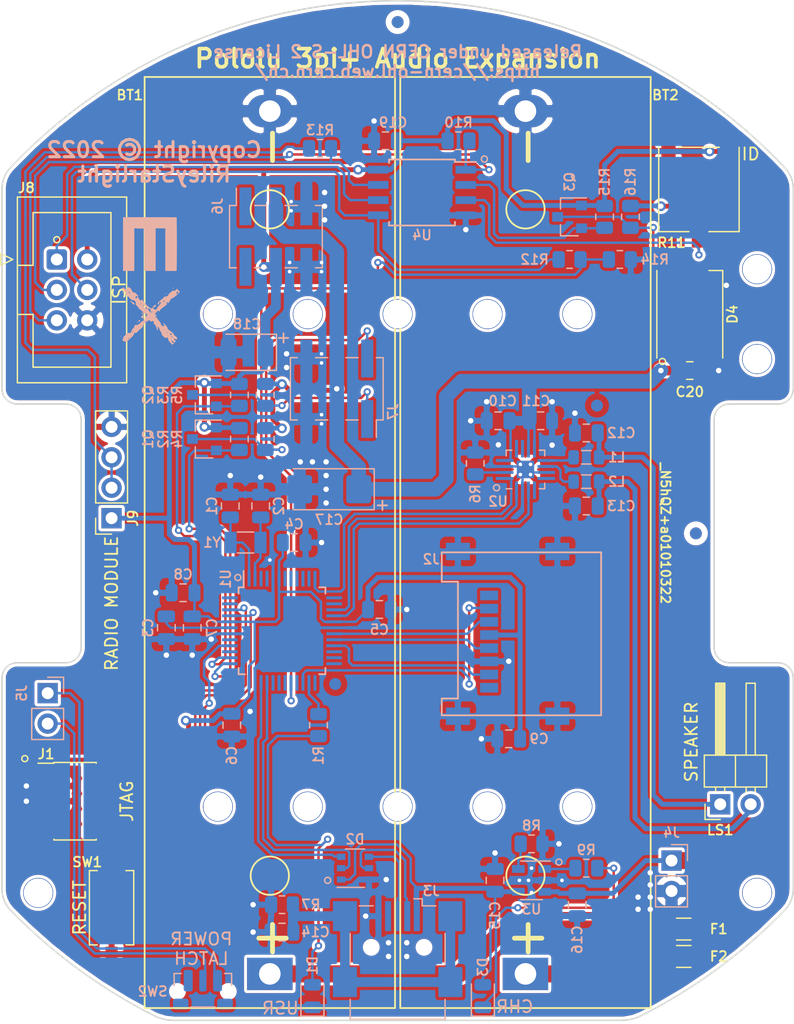
<source format=kicad_pcb>
(kicad_pcb (version 20171130) (host pcbnew 5.1.12-84ad8e8a86~92~ubuntu18.04.1)
  (layers (0 F.Cu signal) (31 B.Cu signal) (34 B.Paste user) (35 F.Paste user) (36 B.SilkS user) (37 F.SilkS user) (38 B.Mask user) (39 F.Mask user) (44 Edge.Cuts user))
  (net 0 "")
  (net 1 GND)
  (net 2 "Net-(BT1-Pad1)")
  (net 3 "Net-(BT2-Pad1)")
  (net 4 "Net-(C1-Pad1)")
  (net 5 "Net-(C2-Pad1)")
  (net 6 "Net-(C3-Pad1)")
  (net 7 +3V3)
  (net 8 +5V)
  (net 9 "Net-(C12-Pad1)")
  (net 10 "Net-(C13-Pad1)")
  (net 11 "Net-(C14-Pad1)")
  (net 12 "Net-(C15-Pad1)")
  (net 13 "Net-(C16-Pad1)")
  (net 14 "Net-(D1-Pad2)")
  (net 15 /USB_DN)
  (net 16 /USB_DP)
  (net 17 "Net-(D2-Pad4)")
  (net 18 "Net-(D2-Pad5)")
  (net 19 "Net-(D3-Pad1)")
  (net 20 "Net-(D4-Pad4)")
  (net 21 "Net-(D4-Pad2)")
  (net 22 /SWDIO)
  (net 23 /SWCLK)
  (net 24 "Net-(J1-Pad6)")
  (net 25 "Net-(J1-Pad7)")
  (net 26 "Net-(J1-Pad8)")
  (net 27 "Net-(J1-Pad9)")
  (net 28 "Net-(J1-Pad10)")
  (net 29 "Net-(J2-Pad1)")
  (net 30 /SD_CS)
  (net 31 /SD_MOSI)
  (net 32 /SD_SCK)
  (net 33 /SD_MISO)
  (net 34 "Net-(J2-Pad8)")
  (net 35 "Net-(J3-Pad4)")
  (net 36 "Net-(J5-Pad1)")
  (net 37 "Net-(J5-Pad2)")
  (net 38 "Net-(J6-Pad2)")
  (net 39 "Net-(J6-Pad1)")
  (net 40 /TXD)
  (net 41 /RXD)
  (net 42 /Coprocessor/MISO)
  (net 43 /Coprocessor/SCK)
  (net 44 /Coprocessor/~RST)
  (net 45 /Coprocessor/MOSI)
  (net 46 "Net-(J9-Pad2)")
  (net 47 "Net-(L1-Pad1)")
  (net 48 "Net-(L2-Pad1)")
  (net 49 "Net-(Q1-Pad2)")
  (net 50 "Net-(Q2-Pad2)")
  (net 51 "Net-(Q3-Pad2)")
  (net 52 "Net-(R1-Pad2)")
  (net 53 "Net-(R6-Pad1)")
  (net 54 "Net-(R8-Pad1)")
  (net 55 "Net-(R9-Pad2)")
  (net 56 "Net-(R11-Pad2)")
  (net 57 /PWRL)
  (net 58 "Net-(U1-Pad3)")
  (net 59 "Net-(U1-Pad4)")
  (net 60 "Net-(U1-Pad7)")
  (net 61 "Net-(U1-Pad8)")
  (net 62 "Net-(U1-Pad9)")
  (net 63 "Net-(U1-Pad10)")
  (net 64 "Net-(U1-Pad11)")
  (net 65 /I2S_DA)
  (net 66 "Net-(U1-Pad13)")
  (net 67 "Net-(U1-Pad14)")
  (net 68 /I2S_BC)
  (net 69 /I2S_LRC)
  (net 70 "Net-(U1-Pad22)")
  (net 71 "Net-(U1-Pad23)")
  (net 72 "Net-(U1-Pad24)")
  (net 73 "Net-(U1-Pad25)")
  (net 74 "Net-(U1-Pad28)")
  (net 75 "Net-(U1-Pad30)")
  (net 76 "Net-(U1-Pad31)")
  (net 77 "Net-(U1-Pad32)")
  (net 78 "Net-(U1-Pad39)")
  (net 79 "Net-(U1-Pad41)")
  (net 80 "Net-(U1-Pad47)")
  (net 81 "Net-(U1-Pad48)")
  (net 82 "Net-(U2-Pad5)")
  (net 83 "Net-(U2-Pad6)")
  (net 84 "Net-(U2-Pad12)")
  (net 85 "Net-(U2-Pad13)")
  (module logo-ex:logo-ex (layer B.Cu) (at 12.446 23.368 270)
    (fp_text reference G*** hide)
    (fp_text value LOGO hide)
  )
  (module Fiducial:Fiducial_1mm_Mask2mm (layer B.Cu) (at 49.657 33.782)
    (fp_text reference REF** hide)
    (fp_text value Fiducial_1mm_Mask2mm hide)
    (pad "" smd circle (at 0 0) (size 1 1) (layers B.Cu B.Mask) (clearance 0.5))
  )
  (module Fiducial:Fiducial_1mm_Mask2mm (layer B.Cu) (at 27.813 57.023)
    (fp_text reference REF** hide)
    (fp_text value Fiducial_1mm_Mask2mm hide)
    (pad "" smd circle (at 0 0) (size 1 1) (layers B.Cu B.Mask) (clearance 0.5))
  )
  (module Fiducial:Fiducial_1mm_Mask2mm (layer B.Cu) (at 57.912 44.45)
    (fp_text reference REF** hide)
    (fp_text value Fiducial_1mm_Mask2mm hide)
    (pad "" smd circle (at 0 0) (size 1 1) (layers B.Cu B.Mask) (clearance 0.5))
  )
  (module Fiducial:Fiducial_1mm_Mask2mm (layer F.Cu) (at 57.912 44.45)
    (fp_text reference REF** hide)
    (fp_text value Fiducial_1mm_Mask2mm hide)
    (pad "" smd circle (at 0 0) (size 1 1) (layers F.Cu F.Mask) (clearance 0.5))
  )
  (module Fiducial:Fiducial_1mm_Mask2mm (layer F.Cu) (at 8.128 61.214)
    (fp_text reference REF** hide)
    (fp_text value Fiducial_1mm_Mask2mm hide)
    (pad "" smd circle (at 0 0) (size 1 1) (layers F.Cu F.Mask) (clearance 0.5))
  )
  (module Fiducial:Fiducial_1mm_Mask2mm (layer B.Cu) (at 33.02 1.778)
    (fp_text reference REF** hide)
    (fp_text value Fiducial_1mm_Mask2mm hide)
    (pad "" smd circle (at 0 0) (size 1 1) (layers B.Cu B.Mask) (clearance 0.5))
  )
  (module Fiducial:Fiducial_1mm_Mask2mm (layer F.Cu) (at 33.02 1.778)
    (fp_text reference REF** hide)
    (fp_text value Fiducial_1mm_Mask2mm hide)
    (pad "" smd circle (at 0 0) (size 1 1) (layers F.Cu F.Mask) (clearance 0.5))
  )
  (module Potentiometer_SMD:Potentiometer_Bourns_3269W_Vertical (layer F.Cu) (at 58.166 15.748)
    (fp_text reference R11 (at -2.286 4.445) (layer F.SilkS) (effects (font (size 0.8128 0.8128) (thickness 0.1524))))
    (fp_text value 10k)
    (pad 1 smd rect (at 2.54 -3.2) (size 1.19 3.3) (layers F.Cu F.Paste F.Mask) (net 7 +3V3))
    (pad 2 smd rect (at 0 3.2) (size 1.19 3.3) (layers F.Cu F.Paste F.Mask) (net 56 "Net-(R11-Pad2)"))
    (pad 3 smd rect (at -2.54 -3.2) (size 1.19 3.3) (layers F.Cu F.Paste F.Mask) (net 1 GND))
  )
  (module Connector_PinSocket_2.54mm:PinSocket_1x04_P2.54mm_Vertical (layer F.Cu) (at 9.144 43.18 180)
    (fp_text reference J9 (at -1.778 0 270) (layer F.SilkS) (effects (font (size 0.8128 0.8128) (thickness 0.1524))))
    (fp_text value RX_MODULE)
    (pad 1 thru_hole rect (at 0 0 180) (size 1.7 1.7) (drill 1) (layers *.Cu *.Mask) (net 7 +3V3))
    (pad 2 thru_hole oval (at 0 2.54 180) (size 1.7 1.7) (drill 1) (layers *.Cu *.Mask) (net 46 "Net-(J9-Pad2)"))
    (pad 3 thru_hole oval (at 0 5.08 180) (size 1.7 1.7) (drill 1) (layers *.Cu *.Mask) (net 46 "Net-(J9-Pad2)"))
    (pad 4 thru_hole oval (at 0 7.62 180) (size 1.7 1.7) (drill 1) (layers *.Cu *.Mask) (net 1 GND))
  )
  (module Button_Switch_SMD:SW_SPST_EVQPE1 (layer F.Cu) (at 9.144 75.692 90)
    (fp_text reference SW1 (at 3.81 -2.032 180) (layer F.SilkS) (effects (font (size 0.8128 0.8128) (thickness 0.1524))))
    (fp_text value RESET)
    (pad 1 smd rect (at -3.875 0 90) (size 1.25 1) (layers F.Cu F.Paste F.Mask) (net 1 GND))
    (pad 2 smd rect (at 3.875 0 90) (size 1.25 1) (layers F.Cu F.Paste F.Mask) (net 28 "Net-(J1-Pad10)"))
  )
  (module Button_Switch_SMD:SW_Push_1P1T-MP_NO_Horizontal_Alps_SKRTLAE010 (layer B.Cu) (at 16.764 82.677 180)
    (fp_text reference SW2 (at 4.191 0) (layer B.SilkS) (effects (font (size 0.8128 0.8128) (thickness 0.1524)) (justify mirror)))
    (fp_text value LATCH)
    (pad MP smd roundrect (at 1.85 -1.05 180) (size 1.3 0.9) (layers B.Cu B.Paste B.Mask))
    (pad MP smd roundrect (at -1.85 -1.05 180) (size 1.3 0.9) (layers B.Cu B.Paste B.Mask))
    (pad 2 smd roundrect (at 0 0.9 180) (size 0.6 1.8) (layers B.Cu B.Paste B.Mask) (net 37 "Net-(J5-Pad2)"))
    (pad 1 smd roundrect (at 1.225 0.9 180) (size 0.75 1.8) (layers B.Cu B.Paste B.Mask) (net 36 "Net-(J5-Pad1)"))
    (pad 1 smd roundrect (at -1.225 0.9 180) (size 0.75 1.8) (layers B.Cu B.Paste B.Mask) (net 36 "Net-(J5-Pad1)"))
    (pad "" np_thru_hole circle (at 2.125 0 180) (size 0.9 0.9) (drill 0.9) (layers *.Cu *.Mask))
    (pad "" np_thru_hole circle (at -2.125 0 180) (size 0.9 0.9) (drill 0.9) (layers *.Cu *.Mask))
  )
  (module MountingHole:MountingHole_2.5mm (layer F.Cu) (at 18.01876 26.1493)
    (fp_text reference REF** hide)
    (fp_text value MountingHole_2.4mm hide)
    (pad "" np_thru_hole circle (at 0 0) (size 2.5 2.5) (drill 2.4003) (layers *.Cu *.Mask))
  )
  (module MountingHole:MountingHole_2.5mm (layer F.Cu) (at 25.51938 26.1493)
    (fp_text reference REF** hide)
    (fp_text value MountingHole_2.4mm hide)
    (pad "" np_thru_hole circle (at 0 0) (size 2.5 2.5) (drill 2.4003) (layers *.Cu *.Mask))
  )
  (module MountingHole:MountingHole_2.5mm (layer F.Cu) (at 33.02 26.1493)
    (fp_text reference REF** hide)
    (fp_text value MountingHole_2.4mm hide)
    (pad "" np_thru_hole circle (at 0 0) (size 2.5 2.5) (drill 2.4003) (layers *.Cu *.Mask))
  )
  (module MountingHole:MountingHole_2.5mm (layer F.Cu) (at 40.52062 26.1493)
    (fp_text reference REF** hide)
    (fp_text value MountingHole_2.4mm hide)
    (pad "" np_thru_hole circle (at 0 0) (size 2.5 2.5) (drill 2.4003) (layers *.Cu *.Mask))
  )
  (module MountingHole:MountingHole_2.5mm (layer F.Cu) (at 48.02124 26.1493)
    (fp_text reference REF** hide)
    (fp_text value MountingHole_2.4mm hide)
    (pad "" np_thru_hole circle (at 0 0) (size 2.5 2.5) (drill 2.4003) (layers *.Cu *.Mask))
  )
  (module MountingHole:MountingHole_2.5mm (layer F.Cu) (at 63.01994 22.40026)
    (fp_text reference REF** hide)
    (fp_text value MountingHole_2.4mm hide)
    (pad "" np_thru_hole circle (at 0 0) (size 2.5 2.5) (drill 2.4003) (layers *.Cu *.Mask))
  )
  (module MountingHole:MountingHole_2.5mm (layer F.Cu) (at 63.01994 29.90088)
    (fp_text reference REF** hide)
    (fp_text value MountingHole_2.4mm hide)
    (pad "" np_thru_hole circle (at 0 0) (size 2.5 2.5) (drill 2.4003) (layers *.Cu *.Mask))
  )
  (module MountingHole:MountingHole_2.5mm (layer F.Cu) (at 3.02006 74.44994)
    (fp_text reference REF** hide)
    (fp_text value MountingHole_2.4mm hide)
    (pad "" np_thru_hole circle (at 0 0) (size 2.5 2.5) (drill 2.4003) (layers *.Cu *.Mask))
  )
  (module MountingHole:MountingHole_2.5mm (layer F.Cu) (at 63.01994 74.44994)
    (fp_text reference REF** hide)
    (fp_text value MountingHole_2.4mm hide)
    (pad "" np_thru_hole circle (at 0 0) (size 2.5 2.5) (drill 2.4003) (layers *.Cu *.Mask))
  )
  (module MountingHole:MountingHole_2.5mm (layer F.Cu) (at 48.02124 67.24904)
    (fp_text reference REF** hide)
    (fp_text value MountingHole_2.4mm hide)
    (pad "" np_thru_hole circle (at 0 0) (size 2.5 2.5) (drill 2.4003) (layers *.Cu *.Mask))
  )
  (module MountingHole:MountingHole_2.5mm (layer F.Cu) (at 40.52062 67.24904)
    (fp_text reference REF** hide)
    (fp_text value MountingHole_2.4mm hide)
    (pad "" np_thru_hole circle (at 0 0) (size 2.5 2.5) (drill 2.4003) (layers *.Cu *.Mask))
  )
  (module MountingHole:MountingHole_2.5mm (layer F.Cu) (at 33.02 67.24904)
    (fp_text reference REF** hide)
    (fp_text value MountingHole_2.4mm hide)
    (pad "" np_thru_hole circle (at 0 0) (size 2.5 2.5) (drill 2.4003) (layers *.Cu *.Mask))
  )
  (module MountingHole:MountingHole_2.5mm (layer F.Cu) (at 25.51938 67.24904)
    (fp_text reference REF** hide)
    (fp_text value MountingHole_2.4mm hide)
    (pad "" np_thru_hole circle (at 0 0) (size 2.5 2.5) (drill 2.4003) (layers *.Cu *.Mask))
  )
  (module MountingHole:MountingHole_2.5mm (layer F.Cu) (at 18.01876 67.24904)
    (fp_text reference REF** hide)
    (fp_text value MountingHole_2.4mm hide)
    (pad "" np_thru_hole circle (at 0 0) (size 2.5 2.5) (drill 2.4003) (layers *.Cu *.Mask))
  )
  (module 18650-holder:18650-holder (layer F.Cu) (at 22.352 45.212 90)
    (fp_text reference BT1 (at 37.338 -11.684 180) (layer F.SilkS) (effects (font (size 0.8128 0.8128) (thickness 0.1524))))
    (fp_text value 18650)
    (fp_text user - (at 33.02 0 90) (layer F.SilkS) (effects (font (size 3 3) (thickness 0.4))))
    (fp_text user + (at -33.02 0 90) (layer F.SilkS) (effects (font (size 3 3) (thickness 0.4))))
    (pad 2 thru_hole oval (at 36 0 90) (size 2.7 3.8) (drill 1.8) (layers *.Cu *.Mask) (net 1 GND))
    (pad 1 thru_hole rect (at -36 0 90) (size 2.7 3.8) (drill 1.8) (layers *.Cu *.Mask) (net 2 "Net-(BT1-Pad1)"))
  )
  (module 18650-holder:18650-holder (layer F.Cu) (at 43.688 45.212 90)
    (fp_text reference BT2 (at 37.338 11.684 180) (layer F.SilkS) (effects (font (size 0.8128 0.8128) (thickness 0.1524))))
    (fp_text value 18650)
    (fp_text user + (at -33.02 0 90) (layer F.SilkS) (effects (font (size 3 3) (thickness 0.4))))
    (fp_text user - (at 33.02 0 90) (layer F.SilkS) (effects (font (size 3 3) (thickness 0.4))))
    (pad 1 thru_hole rect (at -36 0 90) (size 2.7 3.8) (drill 1.8) (layers *.Cu *.Mask) (net 3 "Net-(BT2-Pad1)"))
    (pad 2 thru_hole oval (at 36 0 90) (size 2.7 3.8) (drill 1.8) (layers *.Cu *.Mask) (net 1 GND))
  )
  (module Capacitor_SMD:C_0805_2012Metric (layer B.Cu) (at 19.05 42.164 90)
    (fp_text reference C1 (at 0 -1.524 90) (layer B.SilkS) (effects (font (size 0.8128 0.8128) (thickness 0.1524)) (justify mirror)))
    (fp_text value 22pF)
    (pad 1 smd roundrect (at -0.95 0 90) (size 1 1.45) (layers B.Cu B.Paste B.Mask) (net 4 "Net-(C1-Pad1)"))
    (pad 2 smd roundrect (at 0.95 0 90) (size 1 1.45) (layers B.Cu B.Paste B.Mask) (net 1 GND))
  )
  (module Capacitor_SMD:C_0805_2012Metric (layer B.Cu) (at 21.59 42.164 90)
    (fp_text reference C2 (at 0 1.524 90) (layer B.SilkS) (effects (font (size 0.8128 0.8128) (thickness 0.1524)) (justify mirror)))
    (fp_text value 22pF)
    (pad 2 smd roundrect (at 0.95 0 90) (size 1 1.45) (layers B.Cu B.Paste B.Mask) (net 1 GND))
    (pad 1 smd roundrect (at -0.95 0 90) (size 1 1.45) (layers B.Cu B.Paste B.Mask) (net 5 "Net-(C2-Pad1)"))
  )
  (module Capacitor_SMD:C_0805_2012Metric (layer B.Cu) (at 13.716 52.324 270)
    (fp_text reference C3 (at 0 1.524 90) (layer B.SilkS) (effects (font (size 0.8128 0.8128) (thickness 0.1524)) (justify mirror)))
    (fp_text value 1µF)
    (pad 1 smd roundrect (at -0.95 0 270) (size 1 1.45) (layers B.Cu B.Paste B.Mask) (net 6 "Net-(C3-Pad1)"))
    (pad 2 smd roundrect (at 0.95 0 270) (size 1 1.45) (layers B.Cu B.Paste B.Mask) (net 1 GND))
  )
  (module Capacitor_SMD:C_0805_2012Metric (layer B.Cu) (at 24.384 45.212)
    (fp_text reference C4 (at 0 -1.524) (layer B.SilkS) (effects (font (size 0.8128 0.8128) (thickness 0.1524)) (justify mirror)))
    (fp_text value 100nF)
    (pad 2 smd roundrect (at 0.95 0) (size 1 1.45) (layers B.Cu B.Paste B.Mask) (net 1 GND))
    (pad 1 smd roundrect (at -0.95 0) (size 1 1.45) (layers B.Cu B.Paste B.Mask) (net 7 +3V3))
  )
  (module Capacitor_SMD:C_0805_2012Metric (layer B.Cu) (at 31.496 50.8)
    (fp_text reference C5 (at 0 1.68) (layer B.SilkS) (effects (font (size 0.8128 0.8128) (thickness 0.1524)) (justify mirror)))
    (fp_text value 100nF)
    (pad 1 smd roundrect (at -0.95 0) (size 1 1.45) (layers B.Cu B.Paste B.Mask) (net 7 +3V3))
    (pad 2 smd roundrect (at 0.95 0) (size 1 1.45) (layers B.Cu B.Paste B.Mask) (net 1 GND))
  )
  (module Capacitor_SMD:C_0805_2012Metric (layer B.Cu) (at 19.177 60.452 270)
    (fp_text reference C6 (at 2.54 0 90) (layer B.SilkS) (effects (font (size 0.8128 0.8128) (thickness 0.1524)) (justify mirror)))
    (fp_text value 100nF)
    (pad 2 smd roundrect (at 0.95 0 270) (size 1 1.45) (layers B.Cu B.Paste B.Mask) (net 1 GND))
    (pad 1 smd roundrect (at -0.95 0 270) (size 1 1.45) (layers B.Cu B.Paste B.Mask) (net 7 +3V3))
  )
  (module Capacitor_SMD:C_0805_2012Metric (layer B.Cu) (at 15.875 52.324 270)
    (fp_text reference C7 (at 0 -1.651 90) (layer B.SilkS) (effects (font (size 0.8128 0.8128) (thickness 0.1524)) (justify mirror)))
    (fp_text value 100nF)
    (pad 1 smd roundrect (at -0.95 0 270) (size 1 1.45) (layers B.Cu B.Paste B.Mask) (net 7 +3V3))
    (pad 2 smd roundrect (at 0.95 0 270) (size 1 1.45) (layers B.Cu B.Paste B.Mask) (net 1 GND))
  )
  (module Capacitor_SMD:C_0805_2012Metric (layer B.Cu) (at 15.113 49.403 180)
    (fp_text reference C8 (at 0 1.524) (layer B.SilkS) (effects (font (size 0.8128 0.8128) (thickness 0.1524)) (justify mirror)))
    (fp_text value 10µF)
    (pad 1 smd roundrect (at -0.95 0 180) (size 1 1.45) (layers B.Cu B.Paste B.Mask) (net 7 +3V3))
    (pad 2 smd roundrect (at 0.95 0 180) (size 1 1.45) (layers B.Cu B.Paste B.Mask) (net 1 GND))
  )
  (module Capacitor_SMD:C_0805_2012Metric (layer B.Cu) (at 42.291 61.595 180)
    (fp_text reference C9 (at -2.54 0) (layer B.SilkS) (effects (font (size 0.8128 0.8128) (thickness 0.1524)) (justify mirror)))
    (fp_text value 100nF)
    (pad 1 smd roundrect (at -0.95 0 180) (size 1 1.45) (layers B.Cu B.Paste B.Mask) (net 7 +3V3))
    (pad 2 smd roundrect (at 0.95 0 180) (size 1 1.45) (layers B.Cu B.Paste B.Mask) (net 1 GND))
  )
  (module Capacitor_SMD:C_0805_2012Metric (layer B.Cu) (at 41.402 35.052 180)
    (fp_text reference C10 (at -0.381 1.651) (layer B.SilkS) (effects (font (size 0.8128 0.8128) (thickness 0.1524)) (justify mirror)))
    (fp_text value 100nF)
    (pad 1 smd roundrect (at -0.95 0 180) (size 1 1.45) (layers B.Cu B.Paste B.Mask) (net 8 +5V))
    (pad 2 smd roundrect (at 0.95 0 180) (size 1 1.45) (layers B.Cu B.Paste B.Mask) (net 1 GND))
  )
  (module Capacitor_SMD:C_0805_2012Metric (layer B.Cu) (at 44.958 35.052)
    (fp_text reference C11 (at -0.381 -1.651) (layer B.SilkS) (effects (font (size 0.8128 0.8128) (thickness 0.1524)) (justify mirror)))
    (fp_text value 10µF)
    (pad 1 smd roundrect (at -0.95 0) (size 1 1.45) (layers B.Cu B.Paste B.Mask) (net 8 +5V))
    (pad 2 smd roundrect (at 0.95 0) (size 1 1.45) (layers B.Cu B.Paste B.Mask) (net 1 GND))
  )
  (module Capacitor_SMD:C_0805_2012Metric (layer B.Cu) (at 48.768 36.068 180)
    (fp_text reference C12 (at -2.921 0) (layer B.SilkS) (effects (font (size 0.8128 0.8128) (thickness 0.1524)) (justify mirror)))
    (fp_text value 220pF)
    (pad 2 smd roundrect (at 0.95 0 180) (size 1 1.45) (layers B.Cu B.Paste B.Mask) (net 1 GND))
    (pad 1 smd roundrect (at -0.95 0 180) (size 1 1.45) (layers B.Cu B.Paste B.Mask) (net 9 "Net-(C12-Pad1)"))
  )
  (module Capacitor_SMD:C_0805_2012Metric (layer B.Cu) (at 48.768 42.164 180)
    (fp_text reference C13 (at -2.921 0) (layer B.SilkS) (effects (font (size 0.8128 0.8128) (thickness 0.1524)) (justify mirror)))
    (fp_text value 220pF)
    (pad 2 smd roundrect (at 0.95 0 180) (size 1 1.45) (layers B.Cu B.Paste B.Mask) (net 1 GND))
    (pad 1 smd roundrect (at -0.95 0 180) (size 1 1.45) (layers B.Cu B.Paste B.Mask) (net 10 "Net-(C13-Pad1)"))
  )
  (module Capacitor_SMD:C_0805_2012Metric (layer B.Cu) (at 23.368 77.724 180)
    (fp_text reference C14 (at -2.794 0) (layer B.SilkS) (effects (font (size 0.8128 0.8128) (thickness 0.1524)) (justify mirror)))
    (fp_text value 4.7nF)
    (pad 2 smd roundrect (at 0.95 0 180) (size 1 1.45) (layers B.Cu B.Paste B.Mask) (net 1 GND))
    (pad 1 smd roundrect (at -0.95 0 180) (size 1 1.45) (layers B.Cu B.Paste B.Mask) (net 11 "Net-(C14-Pad1)"))
  )
  (module Capacitor_SMD:C_0805_2012Metric (layer B.Cu) (at 41.148 73.406 90)
    (fp_text reference C15 (at -2.921 0 90) (layer B.SilkS) (effects (font (size 0.8128 0.8128) (thickness 0.1524)) (justify mirror)))
    (fp_text value 10µF)
    (pad 2 smd roundrect (at 0.95 0 90) (size 1 1.45) (layers B.Cu B.Paste B.Mask) (net 1 GND))
    (pad 1 smd roundrect (at -0.95 0 90) (size 1 1.45) (layers B.Cu B.Paste B.Mask) (net 12 "Net-(C15-Pad1)"))
  )
  (module Capacitor_SMD:C_0805_2012Metric (layer B.Cu) (at 48.006 75.438 270)
    (fp_text reference C16 (at 2.921 0 90) (layer B.SilkS) (effects (font (size 0.8128 0.8128) (thickness 0.1524)) (justify mirror)))
    (fp_text value 10µF)
    (pad 1 smd roundrect (at -0.95 0 270) (size 1 1.45) (layers B.Cu B.Paste B.Mask) (net 13 "Net-(C16-Pad1)"))
    (pad 2 smd roundrect (at 0.95 0 270) (size 1 1.45) (layers B.Cu B.Paste B.Mask) (net 1 GND))
  )
  (module Capacitor_SMD:C_0805_2012Metric (layer B.Cu) (at 32.004 11.684 180)
    (fp_text reference C19 (at -0.635 1.524) (layer B.SilkS) (effects (font (size 0.8128 0.8128) (thickness 0.1524)) (justify mirror)))
    (fp_text value 100nF)
    (pad 2 smd roundrect (at 0.95 0 180) (size 1 1.45) (layers B.Cu B.Paste B.Mask) (net 1 GND))
    (pad 1 smd roundrect (at -0.95 0 180) (size 1 1.45) (layers B.Cu B.Paste B.Mask) (net 7 +3V3))
  )
  (module Capacitor_SMD:C_0805_2012Metric (layer F.Cu) (at 57.404 30.861)
    (fp_text reference C20 (at 0 1.778) (layer F.SilkS) (effects (font (size 0.8128 0.8128) (thickness 0.1524))))
    (fp_text value 10µF)
    (pad 1 smd roundrect (at -0.95 0) (size 1 1.45) (layers F.Cu F.Paste F.Mask) (net 8 +5V))
    (pad 2 smd roundrect (at 0.95 0) (size 1 1.45) (layers F.Cu F.Paste F.Mask) (net 1 GND))
  )
  (module LED_SMD:LED_0805_2012Metric (layer B.Cu) (at 25.908 83.058 90)
    (fp_text reference D1 (at 2.54 0 90) (layer B.SilkS) (effects (font (size 0.8128 0.8128) (thickness 0.1524)) (justify mirror)))
    (fp_text value ORANGE)
    (pad 2 smd roundrect (at 0.9375 0 90) (size 0.975 1.4) (layers B.Cu B.Paste B.Mask) (net 14 "Net-(D1-Pad2)"))
    (pad 1 smd roundrect (at -0.9375 0 90) (size 0.975 1.4) (layers B.Cu B.Paste B.Mask) (net 1 GND))
  )
  (module Package_SO:TSOP-6_1.65x3.05mm_P0.95mm (layer B.Cu) (at 29.464 72.39)
    (fp_text reference D2 (at 0 -2.413) (layer B.SilkS) (effects (font (size 0.8128 0.8128) (thickness 0.1524)) (justify mirror)))
    (fp_text value STF202)
    (pad 1 smd rect (at -1.16 0.95) (size 0.7 0.51) (layers B.Cu B.Paste B.Mask) (net 12 "Net-(C15-Pad1)"))
    (pad 2 smd rect (at -1.16 0) (size 0.7 0.51) (layers B.Cu B.Paste B.Mask) (net 15 /USB_DN))
    (pad 3 smd rect (at -1.16 -0.95) (size 0.7 0.51) (layers B.Cu B.Paste B.Mask) (net 16 /USB_DP))
    (pad 4 smd rect (at 1.16 -0.95) (size 0.7 0.51) (layers B.Cu B.Paste B.Mask) (net 17 "Net-(D2-Pad4)"))
    (pad 5 smd rect (at 1.16 0) (size 0.7 0.51) (layers B.Cu B.Paste B.Mask) (net 18 "Net-(D2-Pad5)"))
    (pad 6 smd rect (at 1.16 0.95) (size 0.7 0.51) (layers B.Cu B.Paste B.Mask) (net 1 GND))
  )
  (module LED_SMD:LED_0805_2012Metric (layer B.Cu) (at 40.132 83.058 90)
    (fp_text reference D3 (at 2.413 0 90) (layer B.SilkS) (effects (font (size 0.8128 0.8128) (thickness 0.1524)) (justify mirror)))
    (fp_text value RED)
    (pad 1 smd roundrect (at -0.9375 0 90) (size 0.975 1.4) (layers B.Cu B.Paste B.Mask) (net 19 "Net-(D3-Pad1)"))
    (pad 2 smd roundrect (at 0.9375 0 90) (size 0.975 1.4) (layers B.Cu B.Paste B.Mask) (net 12 "Net-(C15-Pad1)"))
  )
  (module LED_SMD:LED_WS2812B_PLCC4_5.0x5.0mm_P3.2mm (layer F.Cu) (at 57.404 26.162 90)
    (fp_text reference D4 (at 0 3.556 90) (layer F.SilkS) (effects (font (size 0.8128 0.8128) (thickness 0.1524))))
    (fp_text value WS2812B)
    (pad 3 smd rect (at 2.45 1.6 90) (size 1.5 1) (layers F.Cu F.Paste F.Mask) (net 1 GND))
    (pad 4 smd rect (at 2.45 -1.6 90) (size 1.5 1) (layers F.Cu F.Paste F.Mask) (net 20 "Net-(D4-Pad4)"))
    (pad 2 smd rect (at -2.45 1.6 90) (size 1.5 1) (layers F.Cu F.Paste F.Mask) (net 21 "Net-(D4-Pad2)"))
    (pad 1 smd rect (at -2.45 -1.6 90) (size 1.5 1) (layers F.Cu F.Paste F.Mask) (net 8 +5V))
  )
  (module Fuse:Fuse_1206_3216Metric (layer F.Cu) (at 56.896 77.47)
    (fp_text reference F1 (at 2.921 0 180) (layer F.SilkS) (effects (font (size 0.8128 0.8128) (thickness 0.1524))))
    (fp_text value 750mA)
    (pad 2 smd roundrect (at 1.4 0) (size 1.25 1.75) (layers F.Cu F.Paste F.Mask) (roundrect_rratio 0.2) (net 13 "Net-(C16-Pad1)"))
    (pad 1 smd roundrect (at -1.4 0) (size 1.25 1.75) (layers F.Cu F.Paste F.Mask) (roundrect_rratio 0.2) (net 2 "Net-(BT1-Pad1)"))
  )
  (module Fuse:Fuse_1206_3216Metric (layer F.Cu) (at 56.896 79.756)
    (fp_text reference F2 (at 2.921 0) (layer F.SilkS) (effects (font (size 0.8128 0.8128) (thickness 0.1524))))
    (fp_text value 750mA)
    (pad 1 smd roundrect (at -1.4 0) (size 1.25 1.75) (layers F.Cu F.Paste F.Mask) (roundrect_rratio 0.2) (net 3 "Net-(BT2-Pad1)"))
    (pad 2 smd roundrect (at 1.4 0) (size 1.25 1.75) (layers F.Cu F.Paste F.Mask) (roundrect_rratio 0.2) (net 13 "Net-(C16-Pad1)"))
  )
  (module Connector_PinHeader_1.27mm:PinHeader_2x05_P1.27mm_Vertical_SMD (layer F.Cu) (at 6.096 66.802)
    (fp_text reference J1 (at -2.413 -3.937) (layer F.SilkS) (effects (font (size 0.8128 0.8128) (thickness 0.1524))))
    (fp_text value JTAG)
    (pad 1 smd rect (at -1.95 -2.54) (size 2.4 0.74) (layers F.Cu F.Paste F.Mask) (net 7 +3V3))
    (pad 2 smd rect (at 1.95 -2.54) (size 2.4 0.74) (layers F.Cu F.Paste F.Mask) (net 22 /SWDIO))
    (pad 3 smd rect (at -1.95 -1.27) (size 2.4 0.74) (layers F.Cu F.Paste F.Mask) (net 1 GND))
    (pad 4 smd rect (at 1.95 -1.27) (size 2.4 0.74) (layers F.Cu F.Paste F.Mask) (net 23 /SWCLK))
    (pad 5 smd rect (at -1.95 0) (size 2.4 0.74) (layers F.Cu F.Paste F.Mask) (net 1 GND))
    (pad 6 smd rect (at 1.95 0) (size 2.4 0.74) (layers F.Cu F.Paste F.Mask) (net 24 "Net-(J1-Pad6)"))
    (pad 7 smd rect (at -1.95 1.27) (size 2.4 0.74) (layers F.Cu F.Paste F.Mask) (net 25 "Net-(J1-Pad7)"))
    (pad 8 smd rect (at 1.95 1.27) (size 2.4 0.74) (layers F.Cu F.Paste F.Mask) (net 26 "Net-(J1-Pad8)"))
    (pad 9 smd rect (at -1.95 2.54) (size 2.4 0.74) (layers F.Cu F.Paste F.Mask) (net 27 "Net-(J1-Pad9)"))
    (pad 10 smd rect (at 1.95 2.54) (size 2.4 0.74) (layers F.Cu F.Paste F.Mask) (net 28 "Net-(J1-Pad10)"))
  )
  (module 5009010801:5009010801 (layer B.Cu) (at 41.402 52.832 180)
    (fp_text reference J2 (at 5.588 6.223 180) (layer B.SilkS) (effects (font (size 0.8128 0.8128) (thickness 0.1524)) (justify mirror)))
    (fp_text value Micro_SD_Card)
    (pad 1 smd rect (at 0.75 3.2 180) (size 1.5 0.8) (layers B.Cu B.Paste B.Mask) (net 29 "Net-(J2-Pad1)"))
    (pad 2 smd rect (at 0.75 2.1 180) (size 1.5 0.8) (layers B.Cu B.Paste B.Mask) (net 30 /SD_CS))
    (pad 3 smd rect (at 0.75 1 180) (size 1.5 0.8) (layers B.Cu B.Paste B.Mask) (net 31 /SD_MOSI))
    (pad 4 smd rect (at 0.75 -0.1 180) (size 1.5 0.8) (layers B.Cu B.Paste B.Mask) (net 7 +3V3))
    (pad 5 smd rect (at 0.75 -1.2 180) (size 1.5 0.8) (layers B.Cu B.Paste B.Mask) (net 32 /SD_SCK))
    (pad 6 smd rect (at 0.75 -2.3 180) (size 1.5 0.8) (layers B.Cu B.Paste B.Mask) (net 1 GND))
    (pad 7 smd rect (at 0.75 -3.4 180) (size 1.5 0.8) (layers B.Cu B.Paste B.Mask) (net 33 /SD_MISO))
    (pad 8 smd rect (at 0.75 -4.5 180) (size 1.5 0.8) (layers B.Cu B.Paste B.Mask) (net 34 "Net-(J2-Pad8)"))
    (pad 9 smd rect (at 3.35 6.875 180) (size 2 1.45) (layers B.Cu B.Paste B.Mask) (net 1 GND))
    (pad 9 smd rect (at -4.95 6.875 180) (size 2 1.45) (layers B.Cu B.Paste B.Mask) (net 1 GND))
    (pad 9 smd rect (at 3.35 -6.875 180) (size 2 1.45) (layers B.Cu B.Paste B.Mask) (net 1 GND))
    (pad 9 smd rect (at -4.95 -6.875 180) (size 2 1.45) (layers B.Cu B.Paste B.Mask) (net 1 GND))
  )
  (module Connector_USB:USB_Mini-B_Wuerth_65100516121_Horizontal (layer B.Cu) (at 33.02 78.994 180)
    (fp_text reference J3 (at -2.794 4.699) (layer B.SilkS) (effects (font (size 0.8128 0.8128) (thickness 0.1524)) (justify mirror)))
    (fp_text value USB_B_Mini)
    (pad 6 smd rect (at -4.4 -2.9 180) (size 2 2.5) (layers B.Cu B.Paste B.Mask) (net 11 "Net-(C14-Pad1)"))
    (pad 6 smd rect (at 4.4 -2.9 180) (size 2 2.5) (layers B.Cu B.Paste B.Mask) (net 11 "Net-(C14-Pad1)"))
    (pad 6 smd rect (at -4.4 2.6 180) (size 2 2.5) (layers B.Cu B.Paste B.Mask) (net 11 "Net-(C14-Pad1)"))
    (pad 6 smd rect (at 4.4 2.6 180) (size 2 2.5) (layers B.Cu B.Paste B.Mask) (net 11 "Net-(C14-Pad1)"))
    (pad 1 smd rect (at -1.6 2.6 180) (size 0.5 2.5) (layers B.Cu B.Paste B.Mask) (net 12 "Net-(C15-Pad1)"))
    (pad 2 smd rect (at -0.8 2.6 180) (size 0.5 2.5) (layers B.Cu B.Paste B.Mask) (net 18 "Net-(D2-Pad5)"))
    (pad 3 smd rect (at 0 2.6 180) (size 0.5 2.5) (layers B.Cu B.Paste B.Mask) (net 17 "Net-(D2-Pad4)"))
    (pad 4 smd rect (at 0.8 2.6 180) (size 0.5 2.5) (layers B.Cu B.Paste B.Mask) (net 35 "Net-(J3-Pad4)"))
    (pad 5 smd rect (at 1.6 2.6 180) (size 0.5 2.5) (layers B.Cu B.Paste B.Mask) (net 1 GND))
    (pad "" np_thru_hole circle (at -2.2 0 180) (size 0.9 0.9) (drill 0.9) (layers *.Cu *.Mask))
    (pad "" np_thru_hole circle (at 2.2 0 180) (size 0.9 0.9) (drill 0.9) (layers *.Cu *.Mask))
  )
  (module Connector_PinHeader_2.54mm:PinHeader_1x02_P2.54mm_Vertical (layer B.Cu) (at 55.88 71.755 180)
    (fp_text reference J4 (at 0 2.33) (layer B.SilkS) (effects (font (size 0.8128 0.8128) (thickness 0.1524)) (justify mirror)))
    (fp_text value VBAT)
    (pad 2 thru_hole oval (at 0 -2.54 180) (size 1.7 1.7) (drill 1) (layers *.Cu *.Mask) (net 1 GND))
    (pad 1 thru_hole rect (at 0 0 180) (size 1.7 1.7) (drill 1) (layers *.Cu *.Mask) (net 13 "Net-(C16-Pad1)"))
  )
  (module Connector_PinHeader_2.54mm:PinHeader_1x02_P2.54mm_Vertical (layer B.Cu) (at 3.81 57.785 180)
    (fp_text reference J5 (at 2.159 0 270) (layer B.SilkS) (effects (font (size 0.8128 0.8128) (thickness 0.1524)) (justify mirror)))
    (fp_text value SWITCH)
    (pad 1 thru_hole rect (at 0 0 180) (size 1.7 1.7) (drill 1) (layers *.Cu *.Mask) (net 36 "Net-(J5-Pad1)"))
    (pad 2 thru_hole oval (at 0 -2.54 180) (size 1.7 1.7) (drill 1) (layers *.Cu *.Mask) (net 37 "Net-(J5-Pad2)"))
  )
  (module Connector_PinHeader_2.54mm:PinHeader_2x03_P2.54mm_Vertical_SMD (layer B.Cu) (at 22.86 19.685 270)
    (fp_text reference J6 (at -2.54 4.87 270) (layer B.SilkS) (effects (font (size 0.8128 0.8128) (thickness 0.1524)) (justify mirror)))
    (fp_text value POWER)
    (pad 6 smd rect (at 2.525 -2.54 270) (size 3.149999 1) (layers B.Cu B.Paste B.Mask) (net 1 GND))
    (pad 5 smd rect (at -2.525 -2.54 270) (size 3.149999 1) (layers B.Cu B.Paste B.Mask) (net 1 GND))
    (pad 4 smd rect (at 2.525 0 270) (size 3.15 1) (layers B.Cu B.Paste B.Mask) (net 7 +3V3))
    (pad 3 smd rect (at -2.525 0 270) (size 3.15 1) (layers B.Cu B.Paste B.Mask) (net 8 +5V))
    (pad 2 smd rect (at 2.525 2.54 270) (size 3.15 1) (layers B.Cu B.Paste B.Mask) (net 38 "Net-(J6-Pad2)"))
    (pad 1 smd rect (at -2.525 2.54 270) (size 3.15 1) (layers B.Cu B.Paste B.Mask) (net 39 "Net-(J6-Pad1)"))
  )
  (module Connector_PinHeader_2.54mm:PinHeader_2x03_P2.54mm_Vertical_SMD (layer B.Cu) (at 27.94 32.385 90)
    (fp_text reference J7 (at -1.905 4.699 -90) (layer B.SilkS) (effects (font (size 0.8128 0.8128) (thickness 0.1524)) (justify mirror)))
    (fp_text value EXP)
    (pad 1 smd rect (at -2.525 2.54 90) (size 3.15 1) (layers B.Cu B.Paste B.Mask) (net 41 /RXD))
    (pad 2 smd rect (at 2.525 2.54 90) (size 3.15 1) (layers B.Cu B.Paste B.Mask) (net 40 /TXD))
    (pad 3 smd rect (at -2.525 0 90) (size 3.15 1) (layers B.Cu B.Paste B.Mask) (net 8 +5V))
    (pad 4 smd rect (at 2.525 0 90) (size 3.15 1) (layers B.Cu B.Paste B.Mask) (net 8 +5V))
    (pad 5 smd rect (at -2.525 -2.54 90) (size 3.149999 1) (layers B.Cu B.Paste B.Mask) (net 1 GND))
    (pad 6 smd rect (at 2.525 -2.54 90) (size 3.149999 1) (layers B.Cu B.Paste B.Mask) (net 1 GND))
  )
  (module Connector_IDC:IDC-Header_2x03_P2.54mm_Vertical (layer F.Cu) (at 4.572 21.59)
    (fp_text reference J8 (at -2.54 -5.969) (layer F.SilkS) (effects (font (size 0.8128 0.8128) (thickness 0.1524))))
    (fp_text value ISP)
    (pad 1 thru_hole roundrect (at 0 0) (size 1.7 1.7) (drill 1) (layers *.Cu *.Mask) (roundrect_rratio 0.1470588235294118) (net 42 /Coprocessor/MISO))
    (pad 3 thru_hole circle (at 0 2.54) (size 1.7 1.7) (drill 1) (layers *.Cu *.Mask) (net 43 /Coprocessor/SCK))
    (pad 5 thru_hole circle (at 0 5.08) (size 1.7 1.7) (drill 1) (layers *.Cu *.Mask) (net 44 /Coprocessor/~RST))
    (pad 2 thru_hole circle (at 2.54 0) (size 1.7 1.7) (drill 1) (layers *.Cu *.Mask) (net 7 +3V3))
    (pad 4 thru_hole circle (at 2.54 2.54) (size 1.7 1.7) (drill 1) (layers *.Cu *.Mask) (net 45 /Coprocessor/MOSI))
    (pad 6 thru_hole circle (at 2.54 5.08) (size 1.7 1.7) (drill 1) (layers *.Cu *.Mask) (net 1 GND))
  )
  (module Inductor_SMD:L_0805_2012Metric (layer B.Cu) (at 48.768 38.1)
    (fp_text reference L1 (at 2.54 0) (layer B.SilkS) (effects (font (size 0.8128 0.8128) (thickness 0.1524)) (justify mirror)))
    (fp_text value Choke)
    (pad 2 smd roundrect (at 1.0625 0) (size 0.875 1.2) (layers B.Cu B.Paste B.Mask) (net 9 "Net-(C12-Pad1)"))
    (pad 1 smd roundrect (at -1.0625 0) (size 0.875 1.2) (layers B.Cu B.Paste B.Mask) (net 47 "Net-(L1-Pad1)"))
  )
  (module Inductor_SMD:L_0805_2012Metric (layer B.Cu) (at 48.768 40.132)
    (fp_text reference L2 (at 2.54 0) (layer B.SilkS) (effects (font (size 0.8128 0.8128) (thickness 0.1524)) (justify mirror)))
    (fp_text value Choke)
    (pad 1 smd roundrect (at -1.0625 0) (size 0.875 1.2) (layers B.Cu B.Paste B.Mask) (net 48 "Net-(L2-Pad1)"))
    (pad 2 smd roundrect (at 1.0625 0) (size 0.875 1.2) (layers B.Cu B.Paste B.Mask) (net 10 "Net-(C13-Pad1)"))
  )
  (module Connector_PinHeader_2.54mm:PinHeader_1x02_P2.54mm_Horizontal (layer F.Cu) (at 59.944 67.056 90)
    (fp_text reference LS1 (at -2.159 0 180) (layer F.SilkS) (effects (font (size 0.8128 0.8128) (thickness 0.1524))))
    (fp_text value Speaker)
    (pad 1 thru_hole rect (at 0 0 90) (size 1.7 1.7) (drill 1) (layers *.Cu *.Mask) (net 9 "Net-(C12-Pad1)"))
    (pad 2 thru_hole oval (at 0 2.54 90) (size 1.7 1.7) (drill 1) (layers *.Cu *.Mask) (net 10 "Net-(C13-Pad1)"))
  )
  (module Package_TO_SOT_SMD:SOT-23 (layer B.Cu) (at 16.891 36.576 180)
    (fp_text reference Q1 (at 4.699 0 90) (layer B.SilkS) (effects (font (size 0.8128 0.8128) (thickness 0.1524)) (justify mirror)))
    (fp_text value 2N7002)
    (pad 1 smd rect (at -1 0.95 180) (size 0.9 0.8) (layers B.Cu B.Paste B.Mask) (net 7 +3V3))
    (pad 2 smd rect (at -1 -0.95 180) (size 0.9 0.8) (layers B.Cu B.Paste B.Mask) (net 49 "Net-(Q1-Pad2)"))
    (pad 3 smd rect (at 1 0 180) (size 0.9 0.8) (layers B.Cu B.Paste B.Mask) (net 40 /TXD))
  )
  (module Package_TO_SOT_SMD:SOT-23 (layer B.Cu) (at 16.891 32.893 180)
    (fp_text reference Q2 (at 4.699 0 90) (layer B.SilkS) (effects (font (size 0.8128 0.8128) (thickness 0.1524)) (justify mirror)))
    (fp_text value 2N7002)
    (pad 1 smd rect (at -1 0.95 180) (size 0.9 0.8) (layers B.Cu B.Paste B.Mask) (net 7 +3V3))
    (pad 2 smd rect (at -1 -0.95 180) (size 0.9 0.8) (layers B.Cu B.Paste B.Mask) (net 50 "Net-(Q2-Pad2)"))
    (pad 3 smd rect (at 1 0 180) (size 0.9 0.8) (layers B.Cu B.Paste B.Mask) (net 41 /RXD))
  )
  (module Package_TO_SOT_SMD:SOT-23 (layer B.Cu) (at 47.371 18.034 180)
    (fp_text reference Q3 (at 0 2.921 90) (layer B.SilkS) (effects (font (size 0.8128 0.8128) (thickness 0.1524)) (justify mirror)))
    (fp_text value 2N7002)
    (pad 3 smd rect (at 1 0 180) (size 0.9 0.8) (layers B.Cu B.Paste B.Mask) (net 20 "Net-(D4-Pad4)"))
    (pad 2 smd rect (at -1 -0.95 180) (size 0.9 0.8) (layers B.Cu B.Paste B.Mask) (net 51 "Net-(Q3-Pad2)"))
    (pad 1 smd rect (at -1 0.95 180) (size 0.9 0.8) (layers B.Cu B.Paste B.Mask) (net 7 +3V3))
  )
  (module Resistor_SMD:R_0805_2012Metric (layer B.Cu) (at 26.416 60.452 90)
    (fp_text reference R1 (at -2.54 0 90) (layer B.SilkS) (effects (font (size 0.8128 0.8128) (thickness 0.1524)) (justify mirror)))
    (fp_text value 220R)
    (pad 2 smd roundrect (at 0.9125 0 90) (size 1.025 1.4) (layers B.Cu B.Paste B.Mask) (roundrect_rratio 0.2439004878048781) (net 52 "Net-(R1-Pad2)"))
    (pad 1 smd roundrect (at -0.9125 0 90) (size 1.025 1.4) (layers B.Cu B.Paste B.Mask) (roundrect_rratio 0.2439004878048781) (net 14 "Net-(D1-Pad2)"))
  )
  (module Resistor_SMD:R_0805_2012Metric (layer B.Cu) (at 19.812 36.576 270)
    (fp_text reference R2 (at 0 6.35 90) (layer B.SilkS) (effects (font (size 0.8128 0.8128) (thickness 0.1524)) (justify mirror)))
    (fp_text value 10k)
    (pad 1 smd roundrect (at -0.9125 0 270) (size 1.025 1.4) (layers B.Cu B.Paste B.Mask) (roundrect_rratio 0.2439004878048781) (net 7 +3V3))
    (pad 2 smd roundrect (at 0.9125 0 270) (size 1.025 1.4) (layers B.Cu B.Paste B.Mask) (roundrect_rratio 0.2439004878048781) (net 49 "Net-(Q1-Pad2)"))
  )
  (module Resistor_SMD:R_0805_2012Metric (layer B.Cu) (at 19.812 32.893 270)
    (fp_text reference R3 (at 0 6.35 90) (layer B.SilkS) (effects (font (size 0.8128 0.8128) (thickness 0.1524)) (justify mirror)))
    (fp_text value 10k)
    (pad 1 smd roundrect (at -0.9125 0 270) (size 1.025 1.4) (layers B.Cu B.Paste B.Mask) (roundrect_rratio 0.2439004878048781) (net 7 +3V3))
    (pad 2 smd roundrect (at 0.9125 0 270) (size 1.025 1.4) (layers B.Cu B.Paste B.Mask) (roundrect_rratio 0.2439004878048781) (net 50 "Net-(Q2-Pad2)"))
  )
  (module Resistor_SMD:R_0805_2012Metric (layer B.Cu) (at 21.971 36.576 270)
    (fp_text reference R4 (at 0 7.366 90) (layer B.SilkS) (effects (font (size 0.8128 0.8128) (thickness 0.1524)) (justify mirror)))
    (fp_text value 10k)
    (pad 2 smd roundrect (at 0.9125 0 270) (size 1.025 1.4) (layers B.Cu B.Paste B.Mask) (roundrect_rratio 0.2439004878048781) (net 40 /TXD))
    (pad 1 smd roundrect (at -0.9125 0 270) (size 1.025 1.4) (layers B.Cu B.Paste B.Mask) (roundrect_rratio 0.2439004878048781) (net 8 +5V))
  )
  (module Resistor_SMD:R_0805_2012Metric (layer B.Cu) (at 21.971 32.893 270)
    (fp_text reference R5 (at 0 7.366 90) (layer B.SilkS) (effects (font (size 0.8128 0.8128) (thickness 0.1524)) (justify mirror)))
    (fp_text value 10k)
    (pad 2 smd roundrect (at 0.9125 0 270) (size 1.025 1.4) (layers B.Cu B.Paste B.Mask) (roundrect_rratio 0.2439004878048781) (net 41 /RXD))
    (pad 1 smd roundrect (at -0.9125 0 270) (size 1.025 1.4) (layers B.Cu B.Paste B.Mask) (roundrect_rratio 0.2439004878048781) (net 8 +5V))
  )
  (module Resistor_SMD:R_0805_2012Metric (layer B.Cu) (at 39.497 38.608 90)
    (fp_text reference R6 (at -2.54 0 90) (layer B.SilkS) (effects (font (size 0.8128 0.8128) (thickness 0.1524)) (justify mirror)))
    (fp_text value 100k)
    (pad 2 smd roundrect (at 0.9125 0 90) (size 1.025 1.4) (layers B.Cu B.Paste B.Mask) (roundrect_rratio 0.2439004878048781) (net 1 GND))
    (pad 1 smd roundrect (at -0.9125 0 90) (size 1.025 1.4) (layers B.Cu B.Paste B.Mask) (roundrect_rratio 0.2439004878048781) (net 53 "Net-(R6-Pad1)"))
  )
  (module Resistor_SMD:R_0805_2012Metric (layer B.Cu) (at 23.368 75.438 180)
    (fp_text reference R7 (at -2.413 0) (layer B.SilkS) (effects (font (size 0.8128 0.8128) (thickness 0.1524)) (justify mirror)))
    (fp_text value 1M)
    (pad 1 smd roundrect (at -0.9125 0 180) (size 1.025 1.4) (layers B.Cu B.Paste B.Mask) (roundrect_rratio 0.2439004878048781) (net 11 "Net-(C14-Pad1)"))
    (pad 2 smd roundrect (at 0.9125 0 180) (size 1.025 1.4) (layers B.Cu B.Paste B.Mask) (roundrect_rratio 0.2439004878048781) (net 1 GND))
  )
  (module Resistor_SMD:R_0805_2012Metric (layer B.Cu) (at 44.196 70.358)
    (fp_text reference R8 (at 0 -1.524) (layer B.SilkS) (effects (font (size 0.8128 0.8128) (thickness 0.1524)) (justify mirror)))
    (fp_text value 2k)
    (pad 1 smd roundrect (at -0.9125 0) (size 1.025 1.4) (layers B.Cu B.Paste B.Mask) (roundrect_rratio 0.2439004878048781) (net 54 "Net-(R8-Pad1)"))
    (pad 2 smd roundrect (at 0.9125 0) (size 1.025 1.4) (layers B.Cu B.Paste B.Mask) (roundrect_rratio 0.2439004878048781) (net 1 GND))
  )
  (module Resistor_SMD:R_0805_2012Metric (layer B.Cu) (at 48.768 72.39 180)
    (fp_text reference R9 (at 0 1.524) (layer B.SilkS) (effects (font (size 0.8128 0.8128) (thickness 0.1524)) (justify mirror)))
    (fp_text value 1k)
    (pad 2 smd roundrect (at 0.9125 0 180) (size 1.025 1.4) (layers B.Cu B.Paste B.Mask) (roundrect_rratio 0.2439004878048781) (net 55 "Net-(R9-Pad2)"))
    (pad 1 smd roundrect (at -0.9125 0 180) (size 1.025 1.4) (layers B.Cu B.Paste B.Mask) (roundrect_rratio 0.2439004878048781) (net 19 "Net-(D3-Pad1)"))
  )
  (module Resistor_SMD:R_0805_2012Metric (layer B.Cu) (at 38.1 11.684)
    (fp_text reference R10 (at 0 -1.524) (layer B.SilkS) (effects (font (size 0.8128 0.8128) (thickness 0.1524)) (justify mirror)))
    (fp_text value 10k)
    (pad 2 smd roundrect (at 0.9125 0) (size 1.025 1.4) (layers B.Cu B.Paste B.Mask) (roundrect_rratio 0.2439004878048781) (net 44 /Coprocessor/~RST))
    (pad 1 smd roundrect (at -0.9125 0) (size 1.025 1.4) (layers B.Cu B.Paste B.Mask) (roundrect_rratio 0.2439004878048781) (net 7 +3V3))
  )
  (module Resistor_SMD:R_0805_2012Metric (layer B.Cu) (at 47.371 21.59 180)
    (fp_text reference R12 (at 2.921 0) (layer B.SilkS) (effects (font (size 0.8128 0.8128) (thickness 0.1524)) (justify mirror)))
    (fp_text value 1k)
    (pad 1 smd roundrect (at -0.9125 0 180) (size 1.025 1.4) (layers B.Cu B.Paste B.Mask) (roundrect_rratio 0.2439004878048781) (net 57 /PWRL))
    (pad 2 smd roundrect (at 0.9125 0 180) (size 1.025 1.4) (layers B.Cu B.Paste B.Mask) (roundrect_rratio 0.2439004878048781) (net 45 /Coprocessor/MOSI))
  )
  (module Resistor_SMD:R_0805_2012Metric (layer B.Cu) (at 26.543 12.319)
    (fp_text reference R13 (at 0 -1.524) (layer B.SilkS) (effects (font (size 0.8128 0.8128) (thickness 0.1524)) (justify mirror)))
    (fp_text value 1k)
    (pad 2 smd roundrect (at 0.9125 0) (size 1.025 1.4) (layers B.Cu B.Paste B.Mask) (roundrect_rratio 0.2439004878048781) (net 43 /Coprocessor/SCK))
    (pad 1 smd roundrect (at -0.9125 0) (size 1.025 1.4) (layers B.Cu B.Paste B.Mask) (roundrect_rratio 0.2439004878048781) (net 46 "Net-(J9-Pad2)"))
  )
  (module Resistor_SMD:R_0805_2012Metric (layer B.Cu) (at 50.292 18.034 270)
    (fp_text reference R15 (at -2.921 0 90) (layer B.SilkS) (effects (font (size 0.8128 0.8128) (thickness 0.1524)) (justify mirror)))
    (fp_text value 10k)
    (pad 1 smd roundrect (at -0.9125 0 270) (size 1.025 1.4) (layers B.Cu B.Paste B.Mask) (roundrect_rratio 0.2439004878048781) (net 7 +3V3))
    (pad 2 smd roundrect (at 0.9125 0 270) (size 1.025 1.4) (layers B.Cu B.Paste B.Mask) (roundrect_rratio 0.2439004878048781) (net 51 "Net-(Q3-Pad2)"))
  )
  (module Resistor_SMD:R_0805_2012Metric (layer B.Cu) (at 52.451 18.034 270)
    (fp_text reference R16 (at -2.921 0 90) (layer B.SilkS) (effects (font (size 0.8128 0.8128) (thickness 0.1524)) (justify mirror)))
    (fp_text value 10k)
    (pad 1 smd roundrect (at -0.9125 0 270) (size 1.025 1.4) (layers B.Cu B.Paste B.Mask) (roundrect_rratio 0.2439004878048781) (net 8 +5V))
    (pad 2 smd roundrect (at 0.9125 0 270) (size 1.025 1.4) (layers B.Cu B.Paste B.Mask) (roundrect_rratio 0.2439004878048781) (net 20 "Net-(D4-Pad4)"))
  )
  (module Package_QFP:TQFP-48_7x7mm_P0.5mm (layer B.Cu) (at 23.368 52.578 270)
    (fp_text reference U1 (at -4.318 4.699 90) (layer B.SilkS) (effects (font (size 0.8128 0.8128) (thickness 0.1524)) (justify mirror)))
    (fp_text value ATSAMD21)
    (pad 1 smd rect (at -4.35 2.75 270) (size 1.3 0.25) (layers B.Cu B.Paste B.Mask) (net 4 "Net-(C1-Pad1)"))
    (pad 2 smd rect (at -4.35 2.25 270) (size 1.3 0.25) (layers B.Cu B.Paste B.Mask) (net 5 "Net-(C2-Pad1)"))
    (pad 3 smd rect (at -4.35 1.75 270) (size 1.3 0.25) (layers B.Cu B.Paste B.Mask) (net 58 "Net-(U1-Pad3)"))
    (pad 4 smd rect (at -4.35 1.25 270) (size 1.3 0.25) (layers B.Cu B.Paste B.Mask) (net 59 "Net-(U1-Pad4)"))
    (pad 5 smd rect (at -4.35 0.75 270) (size 1.3 0.25) (layers B.Cu B.Paste B.Mask) (net 1 GND))
    (pad 6 smd rect (at -4.35 0.25 270) (size 1.3 0.25) (layers B.Cu B.Paste B.Mask) (net 7 +3V3))
    (pad 7 smd rect (at -4.35 -0.25 270) (size 1.3 0.25) (layers B.Cu B.Paste B.Mask) (net 60 "Net-(U1-Pad7)"))
    (pad 8 smd rect (at -4.35 -0.75 270) (size 1.3 0.25) (layers B.Cu B.Paste B.Mask) (net 61 "Net-(U1-Pad8)"))
    (pad 9 smd rect (at -4.35 -1.25 270) (size 1.3 0.25) (layers B.Cu B.Paste B.Mask) (net 62 "Net-(U1-Pad9)"))
    (pad 10 smd rect (at -4.35 -1.75 270) (size 1.3 0.25) (layers B.Cu B.Paste B.Mask) (net 63 "Net-(U1-Pad10)"))
    (pad 11 smd rect (at -4.35 -2.25 270) (size 1.3 0.25) (layers B.Cu B.Paste B.Mask) (net 64 "Net-(U1-Pad11)"))
    (pad 12 smd rect (at -4.35 -2.75 270) (size 1.3 0.25) (layers B.Cu B.Paste B.Mask) (net 65 /I2S_DA))
    (pad 13 smd rect (at -2.75 -4.35 180) (size 1.3 0.25) (layers B.Cu B.Paste B.Mask) (net 66 "Net-(U1-Pad13)"))
    (pad 14 smd rect (at -2.25 -4.35 180) (size 1.3 0.25) (layers B.Cu B.Paste B.Mask) (net 67 "Net-(U1-Pad14)"))
    (pad 15 smd rect (at -1.75 -4.35 180) (size 1.3 0.25) (layers B.Cu B.Paste B.Mask) (net 68 /I2S_BC))
    (pad 16 smd rect (at -1.25 -4.35 180) (size 1.3 0.25) (layers B.Cu B.Paste B.Mask) (net 69 /I2S_LRC))
    (pad 17 smd rect (at -0.75 -4.35 180) (size 1.3 0.25) (layers B.Cu B.Paste B.Mask) (net 7 +3V3))
    (pad 18 smd rect (at -0.25 -4.35 180) (size 1.3 0.25) (layers B.Cu B.Paste B.Mask) (net 1 GND))
    (pad 19 smd rect (at 0.25 -4.35 180) (size 1.3 0.25) (layers B.Cu B.Paste B.Mask) (net 31 /SD_MOSI))
    (pad 20 smd rect (at 0.75 -4.35 180) (size 1.3 0.25) (layers B.Cu B.Paste B.Mask) (net 32 /SD_SCK))
    (pad 21 smd rect (at 1.25 -4.35 180) (size 1.3 0.25) (layers B.Cu B.Paste B.Mask) (net 33 /SD_MISO))
    (pad 22 smd rect (at 1.75 -4.35 180) (size 1.3 0.25) (layers B.Cu B.Paste B.Mask) (net 70 "Net-(U1-Pad22)"))
    (pad 23 smd rect (at 2.25 -4.35 180) (size 1.3 0.25) (layers B.Cu B.Paste B.Mask) (net 71 "Net-(U1-Pad23)"))
    (pad 24 smd rect (at 2.75 -4.35 180) (size 1.3 0.25) (layers B.Cu B.Paste B.Mask) (net 72 "Net-(U1-Pad24)"))
    (pad 25 smd rect (at 4.35 -2.75 270) (size 1.3 0.25) (layers B.Cu B.Paste B.Mask) (net 73 "Net-(U1-Pad25)"))
    (pad 26 smd rect (at 4.35 -2.25 270) (size 1.3 0.25) (layers B.Cu B.Paste B.Mask) (net 52 "Net-(R1-Pad2)"))
    (pad 27 smd rect (at 4.35 -1.75 270) (size 1.3 0.25) (layers B.Cu B.Paste B.Mask) (net 30 /SD_CS))
    (pad 28 smd rect (at 4.35 -1.25 270) (size 1.3 0.25) (layers B.Cu B.Paste B.Mask) (net 74 "Net-(U1-Pad28)"))
    (pad 29 smd rect (at 4.35 -0.75 270) (size 1.3 0.25) (layers B.Cu B.Paste B.Mask) (net 57 /PWRL))
    (pad 30 smd rect (at 4.35 -0.25 270) (size 1.3 0.25) (layers B.Cu B.Paste B.Mask) (net 75 "Net-(U1-Pad30)"))
    (pad 31 smd rect (at 4.35 0.25 270) (size 1.3 0.25) (layers B.Cu B.Paste B.Mask) (net 76 "Net-(U1-Pad31)"))
    (pad 32 smd rect (at 4.35 0.75 270) (size 1.3 0.25) (layers B.Cu B.Paste B.Mask) (net 77 "Net-(U1-Pad32)"))
    (pad 33 smd rect (at 4.35 1.25 270) (size 1.3 0.25) (layers B.Cu B.Paste B.Mask) (net 15 /USB_DN))
    (pad 34 smd rect (at 4.35 1.75 270) (size 1.3 0.25) (layers B.Cu B.Paste B.Mask) (net 16 /USB_DP))
    (pad 35 smd rect (at 4.35 2.25 270) (size 1.3 0.25) (layers B.Cu B.Paste B.Mask) (net 1 GND))
    (pad 36 smd rect (at 4.35 2.75 270) (size 1.3 0.25) (layers B.Cu B.Paste B.Mask) (net 7 +3V3))
    (pad 37 smd rect (at 2.75 4.35 180) (size 1.3 0.25) (layers B.Cu B.Paste B.Mask) (net 49 "Net-(Q1-Pad2)"))
    (pad 38 smd rect (at 2.25 4.35 180) (size 1.3 0.25) (layers B.Cu B.Paste B.Mask) (net 50 "Net-(Q2-Pad2)"))
    (pad 39 smd rect (at 1.75 4.35 180) (size 1.3 0.25) (layers B.Cu B.Paste B.Mask) (net 78 "Net-(U1-Pad39)"))
    (pad 40 smd rect (at 1.25 4.35 180) (size 1.3 0.25) (layers B.Cu B.Paste B.Mask) (net 28 "Net-(J1-Pad10)"))
    (pad 41 smd rect (at 0.75 4.35 180) (size 1.3 0.25) (layers B.Cu B.Paste B.Mask) (net 79 "Net-(U1-Pad41)"))
    (pad 42 smd rect (at 0.25 4.35 180) (size 1.3 0.25) (layers B.Cu B.Paste B.Mask) (net 1 GND))
    (pad 43 smd rect (at -0.25 4.35 180) (size 1.3 0.25) (layers B.Cu B.Paste B.Mask) (net 6 "Net-(C3-Pad1)"))
    (pad 44 smd rect (at -0.75 4.35 180) (size 1.3 0.25) (layers B.Cu B.Paste B.Mask) (net 7 +3V3))
    (pad 45 smd rect (at -1.25 4.35 180) (size 1.3 0.25) (layers B.Cu B.Paste B.Mask) (net 23 /SWCLK))
    (pad 46 smd rect (at -1.75 4.35 180) (size 1.3 0.25) (layers B.Cu B.Paste B.Mask) (net 22 /SWDIO))
    (pad 47 smd rect (at -2.25 4.35 180) (size 1.3 0.25) (layers B.Cu B.Paste B.Mask) (net 80 "Net-(U1-Pad47)"))
    (pad 48 smd rect (at -2.75 4.35 180) (size 1.3 0.25) (layers B.Cu B.Paste B.Mask) (net 81 "Net-(U1-Pad48)"))
  )
  (module Package_DFN_QFN:QFN-16-1EP_3x3mm_P0.5mm_EP1.45x1.45mm_ThermalVias (layer B.Cu) (at 43.688 39.116)
    (fp_text reference U2 (at -2.286 2.667) (layer B.SilkS) (effects (font (size 0.8128 0.8128) (thickness 0.1524)) (justify mirror)))
    (fp_text value MAX98357)
    (pad 1 smd roundrect (at -1.7375 0.75) (size 1.475 0.25) (layers B.Cu B.Paste B.Mask) (net 65 /I2S_DA))
    (pad 2 smd roundrect (at -1.7375 0.25) (size 1.475 0.25) (layers B.Cu B.Paste B.Mask) (net 53 "Net-(R6-Pad1)"))
    (pad 3 smd roundrect (at -1.7375 -0.25) (size 1.475 0.25) (layers B.Cu B.Paste B.Mask) (net 1 GND))
    (pad 4 smd roundrect (at -1.7375 -0.75) (size 1.475 0.25) (layers B.Cu B.Paste B.Mask) (net 8 +5V))
    (pad 5 smd roundrect (at -0.75 -1.7375) (size 0.25 1.475) (layers B.Cu B.Paste B.Mask) (net 82 "Net-(U2-Pad5)"))
    (pad 6 smd roundrect (at -0.25 -1.7375) (size 0.25 1.475) (layers B.Cu B.Paste B.Mask) (net 83 "Net-(U2-Pad6)"))
    (pad 7 smd roundrect (at 0.25 -1.7375) (size 0.25 1.475) (layers B.Cu B.Paste B.Mask) (net 8 +5V))
    (pad 8 smd roundrect (at 0.75 -1.7375) (size 0.25 1.475) (layers B.Cu B.Paste B.Mask) (net 8 +5V))
    (pad 9 smd roundrect (at 1.7375 -0.75) (size 1.475 0.25) (layers B.Cu B.Paste B.Mask) (net 47 "Net-(L1-Pad1)"))
    (pad 10 smd roundrect (at 1.7375 -0.25) (size 1.475 0.25) (layers B.Cu B.Paste B.Mask) (net 48 "Net-(L2-Pad1)"))
    (pad 11 smd roundrect (at 1.7375 0.25) (size 1.475 0.25) (layers B.Cu B.Paste B.Mask) (net 1 GND))
    (pad 12 smd roundrect (at 1.7375 0.75) (size 1.475 0.25) (layers B.Cu B.Paste B.Mask) (net 84 "Net-(U2-Pad12)"))
    (pad 13 smd roundrect (at 0.75 1.7375) (size 0.25 1.475) (layers B.Cu B.Paste B.Mask) (net 85 "Net-(U2-Pad13)"))
    (pad 14 smd roundrect (at 0.25 1.7375) (size 0.25 1.475) (layers B.Cu B.Paste B.Mask) (net 69 /I2S_LRC))
    (pad 15 smd roundrect (at -0.25 1.7375) (size 0.25 1.475) (layers B.Cu B.Paste B.Mask) (net 1 GND))
    (pad 16 smd roundrect (at -0.75 1.7375) (size 0.25 1.475) (layers B.Cu B.Paste B.Mask) (net 68 /I2S_BC))
    (pad 17 smd rect (at 0 0) (size 1.45 1.45) (layers B.Cu B.Mask) (net 1 GND))
    (pad 17 thru_hole circle (at -0.425 0.425) (size 0.6 0.6) (drill 0.3) (layers *.Cu) (net 1 GND))
    (pad 17 thru_hole circle (at 0.425 0.425) (size 0.6 0.6) (drill 0.3) (layers *.Cu) (net 1 GND))
    (pad 17 thru_hole circle (at -0.425 -0.425) (size 0.6 0.6) (drill 0.3) (layers *.Cu) (net 1 GND))
    (pad 17 thru_hole circle (at 0.425 -0.425) (size 0.6 0.6) (drill 0.3) (layers *.Cu) (net 1 GND))
    (pad 17 smd rect (at 0 0) (size 1.45 1.45) (layers F.Cu) (net 1 GND))
  )
  (module Package_TO_SOT_SMD:SOT-23-5 (layer B.Cu) (at 44.196 73.406 180)
    (fp_text reference U3 (at 0 -2.413) (layer B.SilkS) (effects (font (size 0.8128 0.8128) (thickness 0.1524)) (justify mirror)))
    (fp_text value MCP73831)
    (pad 1 smd rect (at -1.1 0.95 180) (size 1.06 0.65) (layers B.Cu B.Paste B.Mask) (net 55 "Net-(R9-Pad2)"))
    (pad 2 smd rect (at -1.1 0 180) (size 1.06 0.65) (layers B.Cu B.Paste B.Mask) (net 1 GND))
    (pad 3 smd rect (at -1.1 -0.95 180) (size 1.06 0.65) (layers B.Cu B.Paste B.Mask) (net 13 "Net-(C16-Pad1)"))
    (pad 4 smd rect (at 1.1 -0.95 180) (size 1.06 0.65) (layers B.Cu B.Paste B.Mask) (net 12 "Net-(C15-Pad1)"))
    (pad 5 smd rect (at 1.1 0.95 180) (size 1.06 0.65) (layers B.Cu B.Paste B.Mask) (net 54 "Net-(R8-Pad1)"))
  )
  (module Package_SO:SOIJ-8_5.3x5.3mm_P1.27mm (layer B.Cu) (at 35.052 16.002 180)
    (fp_text reference U4 (at 0 -3.556) (layer B.SilkS) (effects (font (size 0.8128 0.8128) (thickness 0.1524)) (justify mirror)))
    (fp_text value ATtiny85-20SU)
    (pad 1 smd rect (at -3.65 1.905 180) (size 1.7 0.65) (layers B.Cu B.Paste B.Mask) (net 44 /Coprocessor/~RST))
    (pad 2 smd rect (at -3.65 0.635 180) (size 1.7 0.65) (layers B.Cu B.Paste B.Mask) (net 51 "Net-(Q3-Pad2)"))
    (pad 3 smd rect (at -3.65 -0.635 180) (size 1.7 0.65) (layers B.Cu B.Paste B.Mask) (net 56 "Net-(R11-Pad2)"))
    (pad 4 smd rect (at -3.65 -1.905 180) (size 1.7 0.65) (layers B.Cu B.Paste B.Mask) (net 1 GND))
    (pad 5 smd rect (at 3.65 -1.905 180) (size 1.7 0.65) (layers B.Cu B.Paste B.Mask) (net 45 /Coprocessor/MOSI))
    (pad 6 smd rect (at 3.65 -0.635 180) (size 1.7 0.65) (layers B.Cu B.Paste B.Mask) (net 42 /Coprocessor/MISO))
    (pad 7 smd rect (at 3.65 0.635 180) (size 1.7 0.65) (layers B.Cu B.Paste B.Mask) (net 43 /Coprocessor/SCK))
    (pad 8 smd rect (at 3.65 1.905 180) (size 1.7 0.65) (layers B.Cu B.Paste B.Mask) (net 7 +3V3))
  )
  (module Crystal:Crystal_SMD_3215-2Pin_3.2x1.5mm (layer B.Cu) (at 20.32 45.212 180)
    (fp_text reference Y1 (at 2.794 0) (layer B.SilkS) (effects (font (size 0.8128 0.8128) (thickness 0.1524)) (justify mirror)))
    (fp_text value 32.768kHz)
    (pad 1 smd rect (at 1.25 0 180) (size 1 1.8) (layers B.Cu B.Paste B.Mask) (net 4 "Net-(C1-Pad1)"))
    (pad 2 smd rect (at -1.25 0 180) (size 1 1.8) (layers B.Cu B.Paste B.Mask) (net 5 "Net-(C2-Pad1)"))
  )
  (module Capacitor_Tantalum_SMD:CP_EIA-6032-20_AVX-F (layer B.Cu) (at 27.305 40.767 180)
    (fp_text reference C17 (at 0 -2.54) (layer B.SilkS) (effects (font (size 0.8128 0.8128) (thickness 0.1524)) (justify mirror)))
    (fp_text value 150µF)
    (pad 1 smd roundrect (at -2.4625 0 180) (size 2.075 2.35) (layers B.Cu B.Paste B.Mask) (roundrect_rratio 0.1204819277108434) (net 8 +5V))
    (pad 2 smd roundrect (at 2.4625 0 180) (size 2.075 2.35) (layers B.Cu B.Paste B.Mask) (roundrect_rratio 0.12) (net 1 GND))
  )
  (module Capacitor_Tantalum_SMD:CP_EIA-3528-15_AVX-H (layer B.Cu) (at 20.447 29.337 180)
    (fp_text reference C18 (at 0 2.35) (layer B.SilkS) (effects (font (size 0.8128 0.8128) (thickness 0.1524)) (justify mirror)))
    (fp_text value 47µF)
    (pad 1 smd roundrect (at -1.5375 0 180) (size 1.325 2.35) (layers B.Cu B.Paste B.Mask) (roundrect_rratio 0.1886777358490566) (net 7 +3V3))
    (pad 2 smd roundrect (at 1.5375 0 180) (size 1.325 2.35) (layers B.Cu B.Paste B.Mask) (roundrect_rratio 0.1889992452830189) (net 1 GND))
  )
  (module Resistor_SMD:R_0805_2012Metric (layer B.Cu) (at 51.562 21.59)
    (fp_text reference R14 (at 2.921 0) (layer B.SilkS) (effects (font (size 0.8128 0.8128) (thickness 0.1524)) (justify mirror)))
    (fp_text value 100k)
    (pad 1 smd roundrect (at -0.9125 0) (size 1.025 1.4) (layers B.Cu B.Paste B.Mask) (roundrect_rratio 0.2439004878048781) (net 57 /PWRL))
    (pad 2 smd roundrect (at 0.9125 0) (size 1.025 1.4) (layers B.Cu B.Paste B.Mask) (roundrect_rratio 0.2439004878048781) (net 1 GND))
  )
  (gr_text _N5hQZ+a01010322 (at 55.372 44.45 270) (layer F.SilkS) (effects (font (size 0.762 0.762) (thickness 0.1524))))
  (gr_text "Pololu 3pi+ Audio Expansion" (at 33.02 4.826) (layer F.SilkS) (effects (font (size 1.524 1.524) (thickness 0.3048))))
  (gr_text "Released under CERN OHL-S 2 License\nhttps://cern-ohl.web.cern.ch/" (at 33.02 5.08) (layer B.SilkS) (effects (font (size 1.016 1.016) (thickness 0.2032)) (justify mirror)))
  (gr_text "Copyright © 2022\nRileyStarlight" (at 12.7 13.462) (layer B.SilkS) (effects (font (size 1.27 1.27) (thickness 0.254)) (justify mirror)))
  (gr_text ID (at 62.484 12.7 180) (layer F.SilkS) (effects (font (size 1.016 1.016) (thickness 0.1524)) (justify mirror)))
  (gr_text USR (at 23.241 84.074) (layer B.SilkS) (effects (font (size 1.016 1.016) (thickness 0.1524)) (justify mirror)))
  (gr_text CHR (at 42.799 83.947) (layer B.SilkS) (effects (font (size 1.016 1.016) (thickness 0.1524)) (justify mirror)))
  (gr_circle (center 40.259 13.208) (end 40.513 13.208) (layer B.SilkS) (width 0.12))
  (gr_circle (center 41.275 40.64) (end 41.529 40.64) (layer B.SilkS) (width 0.12))
  (gr_text + (at 23.495 28.067) (layer B.SilkS) (effects (font (size 1.016 1.016) (thickness 0.1524)) (justify mirror)))
  (gr_text + (at 31.75 42.037) (layer B.SilkS) (effects (font (size 1.016 1.016) (thickness 0.1524)) (justify mirror)))
  (gr_circle (center 19.685 48.133) (end 19.939 48.133) (layer B.SilkS) (width 0.12))
  (gr_circle (center 46.482 71.882) (end 46.736 71.882) (layer B.SilkS) (width 0.12))
  (gr_text "POWER\nLATCH" (at 16.637 79.121) (layer B.SilkS) (effects (font (size 1.016 1.016) (thickness 0.1524)) (justify mirror)))
  (gr_circle (center 27.178 73.406) (end 27.432 73.406) (layer B.SilkS) (width 0.12))
  (gr_text "RADIO MODULE" (at 9.144 50.292 90) (layer F.SilkS) (effects (font (size 1.016 1.016) (thickness 0.1524))))
  (gr_text ISP (at 9.779 24.13 90) (layer F.SilkS) (effects (font (size 1.016 1.016) (thickness 0.1524))))
  (gr_circle (center 55.118 30.099) (end 55.372 30.099) (layer F.SilkS) (width 0.12))
  (gr_text SPEAKER (at 57.531 61.849 90) (layer F.SilkS) (effects (font (size 1.016 1.016) (thickness 0.1524))))
  (gr_circle (center 4.572 19.939) (end 4.826 19.939) (layer F.SilkS) (width 0.12))
  (gr_circle (center 1.905 63.246) (end 2.159 63.246) (layer F.SilkS) (width 0.12))
  (gr_text JTAG (at 10.414 66.802 90) (layer F.SilkS) (effects (font (size 1.016 1.016) (thickness 0.1524))))
  (gr_text RESET (at 6.477 75.692 90) (layer F.SilkS) (effects (font (size 1.016 1.016) (thickness 0.1524))))
  (gr_line (start 6.604001 53.975001) (end 6.604 34.925) (layer Edge.Cuts) (width 0.127))
  (gr_line (start 59.436 53.975) (end 59.435999 34.924999) (layer Edge.Cuts) (width 0.127))
  (gr_line (start 0 74.13244) (end 0.000001 56.514999) (layer Edge.Cuts) (width 0.127))
  (gr_line (start 0 32.385) (end 0.000003 15.682898) (layer Edge.Cuts) (width 0.127))
  (gr_line (start 1.27 55.245) (end 5.334 55.245) (layer Edge.Cuts) (width 0.127))
  (gr_line (start 1.269999 33.655001) (end 5.334001 33.655001) (layer Edge.Cuts) (width 0.127))
  (gr_line (start 66.039999 32.385001) (end 66.04 15.6845) (layer Edge.Cuts) (width 0.127))
  (gr_line (start 66.04 74.133572) (end 66.04 56.515) (layer Edge.Cuts) (width 0.127))
  (gr_line (start 60.705999 55.244999) (end 64.770001 55.244999) (layer Edge.Cuts) (width 0.127))
  (gr_line (start 60.706 33.655) (end 64.77 33.655) (layer Edge.Cuts) (width 0.127))
  (gr_line (start 14.384246 85.090004) (end 51.65344 85.09) (layer Edge.Cuts) (width 0.127))
  (gr_arc (start 5.334001 53.975) (end 5.334 55.245) (angle -90) (layer Edge.Cuts) (width 0.127))
  (gr_arc (start 5.334001 34.925) (end 6.604 34.925) (angle -90) (layer Edge.Cuts) (width 0.127))
  (gr_arc (start 2.544057 15.687059) (end 0.68326 13.952219) (angle -42.90000836) (layer Edge.Cuts) (width 0.127))
  (gr_arc (start 2.539874 74.132465) (end 0 74.13244) (angle -44.02973883) (layer Edge.Cuts) (width 0.127))
  (gr_arc (start 51.651012 81.259495) (end 51.65344 85.09) (angle -26.8488257) (layer Edge.Cuts) (width 0.127))
  (gr_arc (start 60.705999 53.975) (end 59.436 53.975) (angle -90) (layer Edge.Cuts) (width 0.127))
  (gr_arc (start 60.705999 34.925) (end 60.706 33.655) (angle -90) (layer Edge.Cuts) (width 0.127))
  (gr_arc (start 1.27 56.514999) (end 1.27 55.245) (angle -90) (layer Edge.Cuts) (width 0.127))
  (gr_arc (start 1.27 32.385001) (end 0 32.385) (angle -90) (layer Edge.Cuts) (width 0.127))
  (gr_arc (start 64.77 56.514999) (end 66.04 56.515) (angle -90) (layer Edge.Cuts) (width 0.127))
  (gr_arc (start 64.77 32.385001) (end 64.77 33.655) (angle -90) (layer Edge.Cuts) (width 0.127))
  (gr_arc (start 63.504688 15.68361) (end 66.04 15.6845) (angle -43.09998329) (layer Edge.Cuts) (width 0.127))
  (gr_arc (start 63.499896 74.132372) (end 65.301707 75.922958) (angle -44.79390453) (layer Edge.Cuts) (width 0.127))
  (gr_arc (start 14.379497 81.299148) (end 12.657342 84.676244) (angle -27.09116647) (layer Edge.Cuts) (width 0.127))
  (gr_arc (start 33.048508 44.496407) (end 53.38318 84.67598) (angle -18.9) (layer Edge.Cuts) (width 0.127))
  (gr_arc (start 33.056026 44.408606) (end 0.71374 75.89774) (angle -18.9) (layer Edge.Cuts) (width 0.127))
  (gr_arc (start 33.02 44.450045) (end 65.356485 13.951948) (angle -93.35219556) (layer Edge.Cuts) (width 0.127))
  (via (at 32.258 79.756) (size 0.8128) (drill 0.4572) (layers F.Cu B.Cu) (net 1))
  (via (at 33.782 79.756) (size 0.8128) (drill 0.4572) (layers F.Cu B.Cu) (net 1))
  (via (at 32.258 78.613) (size 0.8128) (drill 0.4572) (layers F.Cu B.Cu) (net 1))
  (via (at 33.782 78.613) (size 0.8128) (drill 0.4572) (layers F.Cu B.Cu) (net 1))
  (via (at 43.942 73.406) (size 0.6096) (drill 0.3048) (layers F.Cu B.Cu) (net 1))
  (via (at 41.148 71.12) (size 0.8128) (drill 0.4572) (layers F.Cu B.Cu) (net 1))
  (via (at 46.482 70.358) (size 0.8128) (drill 0.4572) (layers F.Cu B.Cu) (net 1))
  (via (at 54.102 72.771) (size 0.8128) (drill 0.4572) (layers F.Cu B.Cu) (net 1))
  (via (at 54.102 73.787) (size 0.8128) (drill 0.4572) (layers F.Cu B.Cu) (net 1))
  (via (at 54.102 74.803) (size 0.8128) (drill 0.4572) (layers F.Cu B.Cu) (net 1))
  (via (at 53.086 75.819) (size 0.8128) (drill 0.4572) (layers F.Cu B.Cu) (net 1))
  (via (at 54.102 75.819) (size 0.8128) (drill 0.4572) (layers F.Cu B.Cu) (net 1))
  (via (at 20.955 75.438) (size 0.8128) (drill 0.4572) (layers F.Cu B.Cu) (net 1))
  (via (at 12.827 49.403) (size 0.8128) (drill 0.4572) (layers F.Cu B.Cu) (net 1))
  (via (at 15.875 54.61) (size 0.8128) (drill 0.4572) (layers F.Cu B.Cu) (net 1))
  (via (at 13.716 54.61) (size 0.8128) (drill 0.4572) (layers F.Cu B.Cu) (net 1))
  (via (at 17.4625 53.2765) (size 0.8128) (drill 0.4572) (layers F.Cu B.Cu) (net 1))
  (via (at 20.701 59.309) (size 0.8128) (drill 0.4572) (layers F.Cu B.Cu) (net 1))
  (via (at 33.782 50.8) (size 0.8128) (drill 0.4572) (layers F.Cu B.Cu) (net 1))
  (via (at 26.67 45.212) (size 0.8128) (drill 0.4572) (layers F.Cu B.Cu) (net 1))
  (via (at 45.9105 37.084) (size 0.8128) (drill 0.4572) (layers F.Cu B.Cu) (net 1))
  (via (at 40.4495 33.4645) (size 0.8128) (drill 0.4572) (layers F.Cu B.Cu) (net 1))
  (via (at 41.4274 37.0586) (size 0.8128) (drill 0.4572) (layers F.Cu B.Cu) (net 1))
  (via (at 21.59 39.751) (size 0.8128) (drill 0.4572) (layers F.Cu B.Cu) (net 1))
  (via (at 19.05 39.624) (size 0.8128) (drill 0.4572) (layers F.Cu B.Cu) (net 1))
  (via (at 26.924 18.288) (size 0.8128) (drill 0.4572) (layers F.Cu B.Cu) (net 1))
  (via (at 26.924 17.145) (size 0.8128) (drill 0.4572) (layers F.Cu B.Cu) (net 1))
  (via (at 26.924 16.002) (size 0.8128) (drill 0.4572) (layers F.Cu B.Cu) (net 1))
  (via (at 26.67 30.226) (size 0.6096) (drill 0.3048) (layers F.Cu B.Cu) (net 1))
  (via (at 27.051 40.767) (size 0.8128) (drill 0.4572) (layers F.Cu B.Cu) (net 1))
  (via (at 24.892 38.481) (size 0.8128) (drill 0.4572) (layers F.Cu B.Cu) (net 1))
  (via (at 31.0515 10.033) (size 0.8128) (drill 0.4572) (layers F.Cu B.Cu) (net 1))
  (via (at 38.7096 19.1008) (size 0.8128) (drill 0.4572) (layers F.Cu B.Cu) (net 1))
  (via (at 59.817 30.861) (size 0.8128) (drill 0.4572) (layers F.Cu B.Cu) (net 1))
  (via (at 60.452 23.749) (size 0.8128) (drill 0.4572) (layers F.Cu B.Cu) (net 1))
  (segment (start 43.438 38.866) (end 43.688 39.116) (width 0.2032) (layer B.Cu) (net 1))
  (segment (start 41.9505 38.866) (end 43.438 38.866) (width 0.2032) (layer B.Cu) (net 1))
  (segment (start 43.438 39.366) (end 43.688 39.116) (width 0.2032) (layer B.Cu) (net 1))
  (segment (start 43.438 40.8535) (end 43.438 39.366) (width 0.2032) (layer B.Cu) (net 1))
  (segment (start 43.938 39.366) (end 43.688 39.116) (width 0.2032) (layer B.Cu) (net 1))
  (segment (start 45.4255 39.366) (end 43.938 39.366) (width 0.2032) (layer B.Cu) (net 1))
  (via (at 53.086 74.803) (size 0.8128) (drill 0.4572) (layers F.Cu B.Cu) (net 1))
  (via (at 46.736 73.406) (size 0.6096) (drill 0.3048) (layers F.Cu B.Cu) (net 1))
  (via (at 43.18 73.406) (size 0.6096) (drill 0.3048) (layers F.Cu B.Cu) (net 1))
  (via (at 44.196 72.39) (size 0.6096) (drill 0.3048) (layers F.Cu B.Cu) (net 1))
  (via (at 44.196 74.422) (size 0.6096) (drill 0.3048) (layers F.Cu B.Cu) (net 1))
  (via (at 30.353 76.3905) (size 0.8128) (drill 0.4572) (layers F.Cu B.Cu) (net 1))
  (via (at 32.0675 73.3425) (size 0.8128) (drill 0.4572) (layers F.Cu B.Cu) (net 1))
  (via (at 20.955 77.724) (size 0.8128) (drill 0.4572) (layers F.Cu B.Cu) (net 1))
  (via (at 2.032 65.532) (size 0.8128) (drill 0.4572) (layers F.Cu B.Cu) (net 1))
  (via (at 2.032 66.802) (size 0.8128) (drill 0.4572) (layers F.Cu B.Cu) (net 1))
  (via (at 42.291 55.118) (size 0.8128) (drill 0.4572) (layers F.Cu B.Cu) (net 1))
  (via (at 40.005 61.595) (size 0.8128) (drill 0.4572) (layers F.Cu B.Cu) (net 1))
  (via (at 39.116 35.052) (size 0.8128) (drill 0.4572) (layers F.Cu B.Cu) (net 1))
  (via (at 25.908 38.481) (size 0.8128) (drill 0.4572) (layers F.Cu B.Cu) (net 1))
  (via (at 27.051 38.481) (size 0.8128) (drill 0.4572) (layers F.Cu B.Cu) (net 1))
  (via (at 27.051 39.624) (size 0.8128) (drill 0.4572) (layers F.Cu B.Cu) (net 1))
  (via (at 27.051 41.91) (size 0.8128) (drill 0.4572) (layers F.Cu B.Cu) (net 1))
  (via (at 26.67 29.464) (size 0.6096) (drill 0.3048) (layers F.Cu B.Cu) (net 1))
  (via (at 23.749 29.464) (size 0.8128) (drill 0.4572) (layers F.Cu B.Cu) (net 1))
  (via (at 23.749 30.607) (size 0.8128) (drill 0.4572) (layers F.Cu B.Cu) (net 1))
  (via (at 26.67 34.544) (size 0.6096) (drill 0.3048) (layers F.Cu B.Cu) (net 1))
  (via (at 26.67 35.306) (size 0.6096) (drill 0.3048) (layers F.Cu B.Cu) (net 1))
  (via (at 26.67 21.844) (size 0.6096) (drill 0.3048) (layers F.Cu B.Cu) (net 1))
  (via (at 26.67 22.606) (size 0.6096) (drill 0.3048) (layers F.Cu B.Cu) (net 1))
  (via (at 24.003 21.844) (size 0.6096) (drill 0.3048) (layers F.Cu B.Cu) (net 1))
  (via (at 24.003 22.606) (size 0.6096) (drill 0.3048) (layers F.Cu B.Cu) (net 1))
  (via (at 24.13 17.526) (size 0.6096) (drill 0.3048) (layers F.Cu B.Cu) (net 1))
  (via (at 24.13 16.764) (size 0.6096) (drill 0.3048) (layers F.Cu B.Cu) (net 1))
  (via (at 22.352 46.6725) (size 0.6096) (drill 0.3048) (layers F.Cu B.Cu) (net 1))
  (via (at 45.9105 33.4645) (size 0.8128) (drill 0.4572) (layers F.Cu B.Cu) (net 1))
  (via (at 47.8155 34.417) (size 0.8128) (drill 0.4572) (layers F.Cu B.Cu) (net 1))
  (segment (start 41.91 77.47) (end 55.496 77.47) (width 1.4224) (layer F.Cu) (net 2))
  (segment (start 22.352 81.212) (end 38.168 81.212) (width 1.4224) (layer F.Cu) (net 2))
  (segment (start 38.168 81.212) (end 41.91 77.47) (width 1.4224) (layer F.Cu) (net 2))
  (segment (start 47.752 79.756) (end 55.496 79.756) (width 1.4224) (layer F.Cu) (net 3))
  (segment (start 43.688 81.212) (end 46.296 81.212) (width 1.4224) (layer F.Cu) (net 3))
  (segment (start 46.296 81.212) (end 47.752 79.756) (width 1.4224) (layer F.Cu) (net 3))
  (segment (start 19.07 43.134) (end 19.05 43.114) (width 0.2032) (layer B.Cu) (net 4))
  (segment (start 19.07 45.212) (end 19.07 43.134) (width 0.2032) (layer B.Cu) (net 4))
  (segment (start 20.618 48.228) (end 20.618 45.764) (width 0.2032) (layer B.Cu) (net 4))
  (segment (start 20.066 45.212) (end 19.07 45.212) (width 0.2032) (layer B.Cu) (net 4))
  (segment (start 20.618 45.764) (end 20.066 45.212) (width 0.2032) (layer B.Cu) (net 4))
  (segment (start 21.57 43.134) (end 21.59 43.114) (width 0.2032) (layer B.Cu) (net 5))
  (segment (start 21.57 45.212) (end 21.57 43.134) (width 0.2032) (layer B.Cu) (net 5))
  (segment (start 21.118 46.954) (end 21.57 46.502) (width 0.2032) (layer B.Cu) (net 5))
  (segment (start 21.118 48.228) (end 21.118 46.954) (width 0.2032) (layer B.Cu) (net 5))
  (segment (start 21.57 46.502) (end 21.57 45.212) (width 0.2032) (layer B.Cu) (net 5))
  (segment (start 14.351 52.324) (end 14.355 52.328) (width 0.2032) (layer B.Cu) (net 6))
  (segment (start 14.355 52.328) (end 19.018 52.328) (width 0.2032) (layer B.Cu) (net 6))
  (segment (start 14.097 52.324) (end 14.351 52.324) (width 0.2032) (layer B.Cu) (net 6))
  (segment (start 13.716 51.755) (end 13.716 51.943) (width 0.2032) (layer B.Cu) (net 6))
  (segment (start 13.716 51.943) (end 14.097 52.324) (width 0.2032) (layer B.Cu) (net 6))
  (segment (start 20.618 58.061) (end 19.177 59.502) (width 0.2032) (layer B.Cu) (net 7))
  (segment (start 20.618 56.928) (end 20.618 58.061) (width 0.2032) (layer B.Cu) (net 7))
  (segment (start 23.118 48.228) (end 23.118 46.732) (width 0.2032) (layer B.Cu) (net 7))
  (segment (start 23.434 46.416) (end 23.434 45.212) (width 0.2032) (layer B.Cu) (net 7))
  (segment (start 23.118 46.732) (end 23.434 46.416) (width 0.2032) (layer B.Cu) (net 7))
  (segment (start 43.021 52.932) (end 43.241 53.152) (width 0.4064) (layer B.Cu) (net 7))
  (segment (start 40.652 52.932) (end 43.021 52.932) (width 0.4064) (layer B.Cu) (net 7))
  (segment (start 43.241 53.152) (end 43.241 61.595) (width 0.4064) (layer B.Cu) (net 7))
  (segment (start 16.063 51.186) (end 15.875 51.374) (width 0.2032) (layer B.Cu) (net 7))
  (segment (start 16.063 49.403) (end 16.063 51.186) (width 0.2032) (layer B.Cu) (net 7))
  (segment (start 19.018 51.828) (end 17.665 51.828) (width 0.2032) (layer B.Cu) (net 7))
  (segment (start 17.211 51.374) (end 15.875 51.374) (width 0.2032) (layer B.Cu) (net 7))
  (segment (start 17.665 51.828) (end 17.211 51.374) (width 0.2032) (layer B.Cu) (net 7))
  (segment (start 19.7745 35.626) (end 19.812 35.6635) (width 0.4064) (layer B.Cu) (net 7))
  (segment (start 17.891 35.626) (end 19.7745 35.626) (width 0.4064) (layer B.Cu) (net 7))
  (segment (start 19.7745 31.943) (end 19.812 31.9805) (width 0.4064) (layer B.Cu) (net 7))
  (segment (start 17.891 31.943) (end 19.7745 31.943) (width 0.4064) (layer B.Cu) (net 7))
  (segment (start 50.2545 17.084) (end 50.292 17.1215) (width 0.4064) (layer B.Cu) (net 7))
  (segment (start 48.371 17.084) (end 50.2545 17.084) (width 0.4064) (layer B.Cu) (net 7))
  (segment (start 32.954 11.684) (end 37.1875 11.684) (width 0.4064) (layer B.Cu) (net 7))
  (via (at 16.891 35.56) (size 0.8128) (drill 0.4572) (layers F.Cu B.Cu) (net 7))
  (segment (start 17.891 35.626) (end 16.957 35.626) (width 0.4064) (layer B.Cu) (net 7))
  (segment (start 16.957 35.626) (end 16.891 35.56) (width 0.4064) (layer B.Cu) (net 7))
  (via (at 16.891 31.877) (size 0.8128) (drill 0.4572) (layers F.Cu B.Cu) (net 7))
  (segment (start 16.891 35.56) (end 16.891 31.877) (width 0.4064) (layer F.Cu) (net 7))
  (segment (start 16.957 31.943) (end 16.891 31.877) (width 0.4064) (layer B.Cu) (net 7))
  (segment (start 17.891 31.943) (end 16.957 31.943) (width 0.4064) (layer B.Cu) (net 7))
  (via (at 29.718 14.097) (size 0.8128) (drill 0.4572) (layers F.Cu B.Cu) (net 7))
  (segment (start 31.402 14.097) (end 29.718 14.097) (width 0.4064) (layer B.Cu) (net 7))
  (segment (start 43.241 48.956) (end 43.241 53.152) (width 0.4064) (layer B.Cu) (net 7))
  (segment (start 42.418 48.133) (end 43.241 48.956) (width 0.4064) (layer B.Cu) (net 7))
  (segment (start 30.546 50.8) (end 30.546 48.956) (width 0.4064) (layer B.Cu) (net 7))
  (segment (start 31.369 48.133) (end 42.418 48.133) (width 0.4064) (layer B.Cu) (net 7))
  (segment (start 30.546 48.956) (end 31.369 48.133) (width 0.4064) (layer B.Cu) (net 7))
  (segment (start 29.518 51.828) (end 30.546 50.8) (width 0.2032) (layer B.Cu) (net 7))
  (segment (start 27.718 51.828) (end 29.518 51.828) (width 0.2032) (layer B.Cu) (net 7))
  (segment (start 26.6192 50.165) (end 25.781 49.3268) (width 0.2032) (layer B.Cu) (net 7))
  (segment (start 26.6192 51.562) (end 26.6192 50.165) (width 0.2032) (layer B.Cu) (net 7))
  (segment (start 27.718 51.828) (end 26.8852 51.828) (width 0.2032) (layer B.Cu) (net 7))
  (segment (start 26.8852 51.828) (end 26.6192 51.562) (width 0.2032) (layer B.Cu) (net 7))
  (segment (start 25.781 49.3268) (end 23.1394 49.3268) (width 0.2032) (layer B.Cu) (net 7))
  (segment (start 23.1394 49.3268) (end 23.118 49.3054) (width 0.2032) (layer B.Cu) (net 7))
  (segment (start 23.118 48.228) (end 23.118 49.1958) (width 0.2032) (layer B.Cu) (net 7))
  (segment (start 23.118 49.1958) (end 23.118 49.3054) (width 0.2032) (layer B.Cu) (net 7))
  (segment (start 23.118 51.5326) (end 23.118 49.1958) (width 0.2032) (layer B.Cu) (net 7))
  (segment (start 22.8226 51.828) (end 23.118 51.5326) (width 0.2032) (layer B.Cu) (net 7))
  (segment (start 21.094 51.828) (end 22.8226 51.828) (width 0.2032) (layer B.Cu) (net 7))
  (segment (start 21.094 55.0298) (end 21.094 51.828) (width 0.2032) (layer B.Cu) (net 7))
  (segment (start 20.618 56.928) (end 20.618 55.5058) (width 0.2032) (layer B.Cu) (net 7))
  (segment (start 20.618 55.5058) (end 21.094 55.0298) (width 0.2032) (layer B.Cu) (net 7))
  (segment (start 19.018 51.828) (end 21.094 51.828) (width 0.2032) (layer B.Cu) (net 7))
  (segment (start 18.1712 59.502) (end 19.177 59.502) (width 0.4064) (layer B.Cu) (net 7))
  (via (at 15.3416 60.071) (size 0.8128) (drill 0.4572) (layers F.Cu B.Cu) (net 7))
  (segment (start 15.3416 60.071) (end 17.6022 60.071) (width 0.4064) (layer B.Cu) (net 7))
  (segment (start 17.6022 60.071) (end 18.1712 59.502) (width 0.4064) (layer B.Cu) (net 7))
  (segment (start 4.5974 63.373) (end 4.146 63.8244) (width 0.4064) (layer F.Cu) (net 7))
  (segment (start 15.0368 63.373) (end 4.5974 63.373) (width 0.4064) (layer F.Cu) (net 7))
  (segment (start 15.3416 60.071) (end 15.5702 60.2996) (width 0.4064) (layer F.Cu) (net 7))
  (segment (start 4.146 63.8244) (end 4.146 64.262) (width 0.4064) (layer F.Cu) (net 7))
  (segment (start 15.5702 62.8396) (end 15.0368 63.373) (width 0.4064) (layer F.Cu) (net 7))
  (segment (start 15.5702 60.2996) (end 15.5702 62.8396) (width 0.4064) (layer F.Cu) (net 7))
  (segment (start 16.063 45.4254) (end 15.5956 44.958) (width 0.4064) (layer B.Cu) (net 7))
  (segment (start 16.063 49.403) (end 16.063 45.4254) (width 0.4064) (layer B.Cu) (net 7))
  (segment (start 15.5956 44.958) (end 14.4018 44.958) (width 0.4064) (layer B.Cu) (net 7))
  (segment (start 14.9098 31.877) (end 16.891 31.877) (width 0.4064) (layer B.Cu) (net 7))
  (segment (start 13.97 32.8168) (end 14.9098 31.877) (width 0.4064) (layer B.Cu) (net 7))
  (segment (start 14.4018 44.958) (end 13.97 44.5262) (width 0.4064) (layer B.Cu) (net 7))
  (segment (start 9.144 43.18) (end 13.97 43.18) (width 0.4064) (layer B.Cu) (net 7))
  (segment (start 13.97 44.5262) (end 13.97 43.18) (width 0.4064) (layer B.Cu) (net 7))
  (segment (start 13.97 43.18) (end 13.97 32.8168) (width 0.4064) (layer B.Cu) (net 7))
  (via (at 21.844 22.225) (size 0.8128) (drill 0.4572) (layers F.Cu B.Cu) (net 7))
  (segment (start 22.86 22.21) (end 21.859 22.21) (width 0.8128) (layer B.Cu) (net 7))
  (segment (start 21.859 22.21) (end 21.844 22.225) (width 0.8128) (layer B.Cu) (net 7))
  (segment (start 22.86 25.527) (end 22.86 22.21) (width 0.8128) (layer B.Cu) (net 7))
  (segment (start 21.9845 29.337) (end 21.9845 26.4025) (width 0.8128) (layer B.Cu) (net 7))
  (segment (start 21.9845 26.4025) (end 22.86 25.527) (width 0.8128) (layer B.Cu) (net 7))
  (segment (start 19.812 31.369) (end 19.812 31.9805) (width 0.4064) (layer B.Cu) (net 7))
  (segment (start 20.193 30.988) (end 19.812 31.369) (width 0.4064) (layer B.Cu) (net 7))
  (segment (start 21.9845 29.337) (end 21.9845 30.5935) (width 0.4064) (layer B.Cu) (net 7))
  (segment (start 21.59 30.988) (end 20.193 30.988) (width 0.4064) (layer B.Cu) (net 7))
  (segment (start 21.9845 30.5935) (end 21.59 30.988) (width 0.4064) (layer B.Cu) (net 7))
  (segment (start 21.844 22.225) (end 21.844 14.097) (width 0.4064) (layer F.Cu) (net 7))
  (segment (start 21.844 14.097) (end 29.718 14.097) (width 0.4064) (layer F.Cu) (net 7))
  (segment (start 7.112 14.9352) (end 7.112 21.59) (width 0.4064) (layer F.Cu) (net 7))
  (segment (start 21.844 14.097) (end 7.9502 14.097) (width 0.4064) (layer F.Cu) (net 7))
  (segment (start 7.9502 14.097) (end 7.112 14.9352) (width 0.4064) (layer F.Cu) (net 7))
  (segment (start 32.954 13.5534) (end 32.954 11.684) (width 0.4064) (layer B.Cu) (net 7))
  (segment (start 31.402 14.097) (end 32.4104 14.097) (width 0.4064) (layer B.Cu) (net 7))
  (segment (start 32.4104 14.097) (end 32.954 13.5534) (width 0.4064) (layer B.Cu) (net 7))
  (segment (start 42.0878 11.0998) (end 42.0878 15.6972) (width 0.4064) (layer B.Cu) (net 7))
  (segment (start 42.0878 15.6972) (end 43.4746 17.084) (width 0.4064) (layer B.Cu) (net 7))
  (segment (start 37.1875 10.6915) (end 37.8714 10.0076) (width 0.4064) (layer B.Cu) (net 7))
  (segment (start 40.9956 10.0076) (end 42.0878 11.0998) (width 0.4064) (layer B.Cu) (net 7))
  (segment (start 37.8714 10.0076) (end 40.9956 10.0076) (width 0.4064) (layer B.Cu) (net 7))
  (segment (start 37.1875 11.684) (end 37.1875 10.6915) (width 0.4064) (layer B.Cu) (net 7))
  (segment (start 43.4746 17.084) (end 48.371 17.084) (width 0.4064) (layer B.Cu) (net 7))
  (via (at 59.055 12.573) (size 0.8128) (drill 0.4572) (layers F.Cu B.Cu) (net 7))
  (segment (start 59.055 12.573) (end 51.4096 12.573) (width 0.4064) (layer B.Cu) (net 7))
  (segment (start 50.292 13.6906) (end 50.292 17.1215) (width 0.4064) (layer B.Cu) (net 7))
  (segment (start 51.4096 12.573) (end 50.292 13.6906) (width 0.4064) (layer B.Cu) (net 7))
  (segment (start 60.681 12.573) (end 60.706 12.548) (width 0.4064) (layer F.Cu) (net 7))
  (segment (start 59.055 12.573) (end 60.681 12.573) (width 0.4064) (layer F.Cu) (net 7))
  (via (at 54.991 17.145) (size 0.8128) (drill 0.4572) (layers F.Cu B.Cu) (net 8))
  (segment (start 54.991 17.145) (end 54.9675 17.1215) (width 0.4064) (layer B.Cu) (net 8))
  (segment (start 54.9675 17.1215) (end 52.451 17.1215) (width 0.4064) (layer B.Cu) (net 8))
  (via (at 23.368 35.687) (size 0.8128) (drill 0.4572) (layers F.Cu B.Cu) (net 8))
  (segment (start 21.971 35.6635) (end 23.3445 35.6635) (width 0.4064) (layer B.Cu) (net 8))
  (segment (start 23.3445 35.6635) (end 23.368 35.687) (width 0.4064) (layer B.Cu) (net 8))
  (via (at 23.368 32.004) (size 0.8128) (drill 0.4572) (layers F.Cu B.Cu) (net 8))
  (segment (start 23.3445 31.9805) (end 21.971 31.9805) (width 0.4064) (layer B.Cu) (net 8))
  (segment (start 23.368 32.004) (end 23.3445 31.9805) (width 0.8128) (layer B.Cu) (net 8))
  (segment (start 44.008 31.816) (end 43.942 31.75) (width 0.8128) (layer B.Cu) (net 8))
  (segment (start 44.008 35.052) (end 44.008 31.816) (width 1.2192) (layer B.Cu) (net 8))
  (segment (start 42.352 35.052) (end 44.008 35.052) (width 0.8128) (layer B.Cu) (net 8))
  (segment (start 43.938 35.122) (end 44.008 35.052) (width 0.2032) (layer B.Cu) (net 8))
  (segment (start 43.938 37.3785) (end 43.938 35.122) (width 0.2032) (layer B.Cu) (net 8))
  (segment (start 42.4434 35.1434) (end 42.352 35.052) (width 0.2032) (layer B.Cu) (net 8))
  (segment (start 42.4434 38.354) (end 42.4434 35.1434) (width 0.2032) (layer B.Cu) (net 8))
  (segment (start 42.4314 38.366) (end 42.4434 38.354) (width 0.2032) (layer B.Cu) (net 8))
  (segment (start 41.9505 38.366) (end 42.4314 38.366) (width 0.2032) (layer B.Cu) (net 8))
  (segment (start 29.7675 38.9115) (end 29.7675 40.767) (width 1.2192) (layer B.Cu) (net 8))
  (segment (start 27.94 37.084) (end 29.7675 38.9115) (width 1.2192) (layer B.Cu) (net 8))
  (segment (start 27.94 34.91) (end 27.94 37.084) (width 1.2192) (layer B.Cu) (net 8))
  (segment (start 38.354 31.75) (end 43.942 31.75) (width 1.2192) (layer B.Cu) (net 8))
  (segment (start 37.084 33.02) (end 38.354 31.75) (width 1.2192) (layer B.Cu) (net 8))
  (segment (start 37.084 39.878) (end 37.084 33.02) (width 1.2192) (layer B.Cu) (net 8))
  (segment (start 29.7675 40.767) (end 36.195 40.767) (width 1.2192) (layer B.Cu) (net 8))
  (segment (start 36.195 40.767) (end 37.084 39.878) (width 1.2192) (layer B.Cu) (net 8))
  (segment (start 23.622 19.685) (end 22.86 18.923) (width 1.2192) (layer B.Cu) (net 8))
  (segment (start 26.67 19.685) (end 23.622 19.685) (width 1.2192) (layer B.Cu) (net 8))
  (segment (start 27.94 29.86) (end 27.94 20.955) (width 1.2192) (layer B.Cu) (net 8))
  (segment (start 22.86 18.923) (end 22.86 17.16) (width 1.2192) (layer B.Cu) (net 8))
  (segment (start 27.94 20.955) (end 26.67 19.685) (width 1.2192) (layer B.Cu) (net 8))
  (segment (start 27.94 32.385) (end 27.94 34.91) (width 1.2192) (layer B.Cu) (net 8))
  (via (at 27.94 32.385) (size 0.8128) (drill 0.4572) (layers F.Cu B.Cu) (net 8))
  (segment (start 27.94 29.86) (end 27.94 32.385) (width 1.2192) (layer B.Cu) (net 8))
  (segment (start 23.495 32.004) (end 23.368 32.004) (width 0.4064) (layer F.Cu) (net 8))
  (segment (start 24.003 32.512) (end 23.495 32.004) (width 0.4064) (layer F.Cu) (net 8))
  (segment (start 27.94 32.385) (end 27.813 32.512) (width 0.4064) (layer F.Cu) (net 8))
  (segment (start 27.813 32.512) (end 24.003 32.512) (width 0.4064) (layer F.Cu) (net 8))
  (segment (start 22.606 32.766) (end 23.368 32.004) (width 0.4064) (layer F.Cu) (net 8))
  (segment (start 23.368 35.687) (end 22.606 34.925) (width 0.4064) (layer F.Cu) (net 8))
  (segment (start 22.606 34.925) (end 22.606 32.766) (width 0.4064) (layer F.Cu) (net 8))
  (segment (start 54.991 30.861) (end 56.454 30.861) (width 0.8128) (layer F.Cu) (net 8))
  (segment (start 54.102 31.75) (end 43.942 31.75) (width 1.2192) (layer B.Cu) (net 8))
  (via (at 54.991 30.861) (size 0.8128) (drill 0.4572) (layers F.Cu B.Cu) (net 8))
  (segment (start 54.991 30.861) (end 54.102 31.75) (width 1.2192) (layer B.Cu) (net 8))
  (segment (start 56.454 30.861) (end 56.454 30.165) (width 0.8128) (layer F.Cu) (net 8))
  (segment (start 55.804 29.515) (end 55.804 28.612) (width 0.8128) (layer F.Cu) (net 8))
  (segment (start 56.454 30.165) (end 55.804 29.515) (width 0.8128) (layer F.Cu) (net 8))
  (segment (start 56.769 25.781) (end 56.769 18.0086) (width 0.4064) (layer F.Cu) (net 8))
  (segment (start 56.769 18.0086) (end 55.9054 17.145) (width 0.4064) (layer F.Cu) (net 8))
  (segment (start 55.804 28.612) (end 55.804 26.746) (width 0.4064) (layer F.Cu) (net 8))
  (segment (start 55.9054 17.145) (end 54.991 17.145) (width 0.4064) (layer F.Cu) (net 8))
  (segment (start 55.804 26.746) (end 56.769 25.781) (width 0.4064) (layer F.Cu) (net 8))
  (segment (start 44.438 37.3785) (end 44.438 35.0654) (width 0.2032) (layer B.Cu) (net 8))
  (segment (start 44.4246 35.052) (end 44.008 35.052) (width 0.2032) (layer B.Cu) (net 8))
  (segment (start 44.438 35.0654) (end 44.4246 35.052) (width 0.2032) (layer B.Cu) (net 8))
  (segment (start 49.8305 36.1805) (end 49.718 36.068) (width 0.4064) (layer B.Cu) (net 9))
  (segment (start 49.8305 38.1) (end 49.8305 36.1805) (width 0.4064) (layer B.Cu) (net 9))
  (segment (start 53.467 38.1) (end 49.8305 38.1) (width 0.4064) (layer B.Cu) (net 9))
  (segment (start 54.356 66.294) (end 54.356 38.989) (width 0.4064) (layer B.Cu) (net 9))
  (segment (start 54.356 38.989) (end 53.467 38.1) (width 0.4064) (layer B.Cu) (net 9))
  (segment (start 59.944 67.056) (end 55.118 67.056) (width 0.4064) (layer B.Cu) (net 9))
  (segment (start 55.118 67.056) (end 54.356 66.294) (width 0.4064) (layer B.Cu) (net 9))
  (segment (start 49.8305 42.0515) (end 49.718 42.164) (width 0.4064) (layer B.Cu) (net 10))
  (segment (start 49.8305 40.132) (end 49.8305 42.0515) (width 0.4064) (layer B.Cu) (net 10))
  (segment (start 62.484 67.564) (end 62.484 67.056) (width 0.4064) (layer B.Cu) (net 10))
  (segment (start 52.197 40.132) (end 52.832 40.767) (width 0.4064) (layer B.Cu) (net 10))
  (segment (start 49.8305 40.132) (end 52.197 40.132) (width 0.4064) (layer B.Cu) (net 10))
  (segment (start 53.721 69.088) (end 60.96 69.088) (width 0.4064) (layer B.Cu) (net 10))
  (segment (start 52.832 68.199) (end 53.721 69.088) (width 0.4064) (layer B.Cu) (net 10))
  (segment (start 52.832 40.767) (end 52.832 68.199) (width 0.4064) (layer B.Cu) (net 10))
  (segment (start 60.96 69.088) (end 62.484 67.564) (width 0.4064) (layer B.Cu) (net 10))
  (segment (start 24.2805 77.6865) (end 24.318 77.724) (width 0.8128) (layer B.Cu) (net 11))
  (segment (start 28.62 76.394) (end 28.62 81.894) (width 0.8128) (layer B.Cu) (net 11))
  (segment (start 37.42 76.394) (end 37.42 81.894) (width 0.8128) (layer B.Cu) (net 11))
  (segment (start 37.42 81.894) (end 28.62 81.894) (width 0.8128) (layer B.Cu) (net 11))
  (segment (start 24.444 76.394) (end 24.2805 76.5575) (width 0.8128) (layer B.Cu) (net 11))
  (segment (start 28.62 76.394) (end 24.444 76.394) (width 0.8128) (layer B.Cu) (net 11))
  (segment (start 24.2805 75.438) (end 24.2805 76.5575) (width 0.8128) (layer B.Cu) (net 11))
  (segment (start 24.2805 76.5575) (end 24.2805 77.6865) (width 0.8128) (layer B.Cu) (net 11))
  (segment (start 41.148 74.356) (end 43.096 74.356) (width 0.4064) (layer B.Cu) (net 12))
  (segment (start 41.148 75.946) (end 41.148 74.356) (width 0.2032) (layer B.Cu) (net 12))
  (segment (start 40.767 80.87475) (end 40.767 76.327) (width 0.2032) (layer B.Cu) (net 12))
  (segment (start 40.132 82.1205) (end 40.132 81.50975) (width 0.2032) (layer B.Cu) (net 12))
  (segment (start 40.767 76.327) (end 41.148 75.946) (width 0.2032) (layer B.Cu) (net 12))
  (segment (start 40.132 81.50975) (end 40.767 80.87475) (width 0.2032) (layer B.Cu) (net 12))
  (segment (start 34.62 75.108) (end 34.62 76.394) (width 0.4064) (layer B.Cu) (net 12))
  (segment (start 34.62 74.0664) (end 34.62 75.108) (width 0.4064) (layer B.Cu) (net 12))
  (segment (start 41.148 74.356) (end 40.8584 74.0664) (width 0.4064) (layer B.Cu) (net 12))
  (segment (start 40.8584 74.0664) (end 34.62 74.0664) (width 0.4064) (layer B.Cu) (net 12))
  (segment (start 34.4678 76.3018) (end 34.62 76.454) (width 0.2032) (layer B.Cu) (net 12))
  (segment (start 34.4678 73.8632) (end 34.4678 76.3018) (width 0.2032) (layer B.Cu) (net 12))
  (segment (start 34.1122 71.5518) (end 34.1122 73.5076) (width 0.2032) (layer B.Cu) (net 12))
  (segment (start 28.9966 73.34) (end 29.464 72.8726) (width 0.2032) (layer B.Cu) (net 12))
  (segment (start 28.304 73.34) (end 28.9966 73.34) (width 0.2032) (layer B.Cu) (net 12))
  (segment (start 34.1122 73.5076) (end 34.4678 73.8632) (width 0.2032) (layer B.Cu) (net 12))
  (segment (start 29.464 70.8914) (end 29.9466 70.4088) (width 0.2032) (layer B.Cu) (net 12))
  (segment (start 29.464 72.8726) (end 29.464 70.8914) (width 0.2032) (layer B.Cu) (net 12))
  (segment (start 29.9466 70.4088) (end 32.9692 70.4088) (width 0.2032) (layer B.Cu) (net 12))
  (segment (start 32.9692 70.4088) (end 34.1122 71.5518) (width 0.2032) (layer B.Cu) (net 12))
  (segment (start 58.296 79.756) (end 58.296 77.47) (width 1.4224) (layer F.Cu) (net 13))
  (segment (start 58.296 77.47) (end 58.296 72.52) (width 1.4224) (layer F.Cu) (net 13))
  (segment (start 58.296 72.52) (end 57.531 71.755) (width 1.4224) (layer F.Cu) (net 13))
  (segment (start 57.531 71.755) (end 55.88 71.755) (width 1.4224) (layer F.Cu) (net 13))
  (segment (start 53.721 71.755) (end 55.88 71.755) (width 0.4064) (layer B.Cu) (net 13))
  (segment (start 48.006 74.488) (end 50.988 74.488) (width 0.4064) (layer B.Cu) (net 13))
  (segment (start 50.988 74.488) (end 53.721 71.755) (width 0.4064) (layer B.Cu) (net 13))
  (segment (start 46.548 74.488) (end 48.006 74.488) (width 0.4064) (layer B.Cu) (net 13))
  (segment (start 45.296 74.356) (end 46.416 74.356) (width 0.4064) (layer B.Cu) (net 13))
  (segment (start 46.416 74.356) (end 46.548 74.488) (width 0.4064) (layer B.Cu) (net 13))
  (via (at 27.178 69.977) (size 0.6096) (drill 0.3048) (layers F.Cu B.Cu) (net 14))
  (segment (start 25.908 79.375) (end 25.908 82.1205) (width 0.2032) (layer B.Cu) (net 14))
  (via (at 26.416 78.867) (size 0.6096) (drill 0.3048) (layers F.Cu B.Cu) (net 14))
  (segment (start 26.416 78.867) (end 25.908 79.375) (width 0.2032) (layer B.Cu) (net 14))
  (segment (start 26.416 70.739) (end 27.178 69.977) (width 0.2032) (layer F.Cu) (net 14))
  (segment (start 26.416 78.867) (end 26.416 70.739) (width 0.2032) (layer F.Cu) (net 14))
  (segment (start 22.1996 62.1284) (end 22.9635 61.3645) (width 0.2032) (layer B.Cu) (net 14))
  (segment (start 22.1996 69.7738) (end 22.1996 62.1284) (width 0.2032) (layer B.Cu) (net 14))
  (segment (start 22.8854 70.4596) (end 22.1996 69.7738) (width 0.2032) (layer B.Cu) (net 14))
  (segment (start 22.9635 61.3645) (end 26.416 61.3645) (width 0.2032) (layer B.Cu) (net 14))
  (segment (start 27.178 69.977) (end 26.6954 70.4596) (width 0.2032) (layer B.Cu) (net 14))
  (segment (start 26.6954 70.4596) (end 22.8854 70.4596) (width 0.2032) (layer B.Cu) (net 14))
  (segment (start 22.7076 70.866) (end 28.7782 70.866) (width 0.2032) (layer B.Cu) (net 15))
  (segment (start 21.7932 69.9516) (end 22.7076 70.866) (width 0.2032) (layer B.Cu) (net 15))
  (segment (start 28.9814 72.1868) (end 28.7782 72.39) (width 0.2032) (layer B.Cu) (net 15))
  (segment (start 21.7932 61.8998) (end 21.7932 69.9516) (width 0.2032) (layer B.Cu) (net 15))
  (segment (start 28.7782 70.866) (end 28.9814 71.0692) (width 0.2032) (layer B.Cu) (net 15))
  (segment (start 22.118 56.928) (end 22.118 61.575) (width 0.2032) (layer B.Cu) (net 15))
  (segment (start 22.118 61.575) (end 21.7932 61.8998) (width 0.2032) (layer B.Cu) (net 15))
  (segment (start 28.9814 71.0692) (end 28.9814 72.1868) (width 0.2032) (layer B.Cu) (net 15))
  (segment (start 28.7782 72.39) (end 28.304 72.39) (width 0.2032) (layer B.Cu) (net 15))
  (segment (start 27.5844 71.2724) (end 27.7114 71.3994) (width 0.2032) (layer B.Cu) (net 16))
  (segment (start 22.5298 71.2724) (end 27.5844 71.2724) (width 0.2032) (layer B.Cu) (net 16))
  (segment (start 21.3868 70.1294) (end 22.5298 71.2724) (width 0.2032) (layer B.Cu) (net 16))
  (segment (start 21.3868 61.6712) (end 21.3868 70.1294) (width 0.2032) (layer B.Cu) (net 16))
  (segment (start 21.618 61.44) (end 21.3868 61.6712) (width 0.2032) (layer B.Cu) (net 16))
  (segment (start 21.618 56.928) (end 21.618 61.44) (width 0.2032) (layer B.Cu) (net 16))
  (segment (start 28.2634 71.3994) (end 28.304 71.44) (width 0.2032) (layer B.Cu) (net 16))
  (segment (start 27.7114 71.3994) (end 28.2634 71.3994) (width 0.2032) (layer B.Cu) (net 16))
  (segment (start 32.705 71.44) (end 30.624 71.44) (width 0.2032) (layer B.Cu) (net 17))
  (segment (start 33.147 71.882) (end 32.705 71.44) (width 0.2032) (layer B.Cu) (net 17))
  (segment (start 33.147 74.803) (end 33.147 71.882) (width 0.2032) (layer B.Cu) (net 17))
  (segment (start 33.02 76.394) (end 33.02 74.93) (width 0.2032) (layer B.Cu) (net 17))
  (segment (start 33.02 74.93) (end 33.147 74.803) (width 0.2032) (layer B.Cu) (net 17))
  (segment (start 30.1752 72.39) (end 30.624 72.39) (width 0.2032) (layer B.Cu) (net 18))
  (segment (start 30.1498 70.866) (end 29.9466 71.0692) (width 0.2032) (layer B.Cu) (net 18))
  (segment (start 33.782 76.356) (end 33.782 74.93) (width 0.2032) (layer B.Cu) (net 18))
  (segment (start 33.82 76.394) (end 33.782 76.356) (width 0.2032) (layer B.Cu) (net 18))
  (segment (start 33.655 71.755) (end 32.766 70.866) (width 0.2032) (layer B.Cu) (net 18))
  (segment (start 29.9466 72.1614) (end 30.1752 72.39) (width 0.2032) (layer B.Cu) (net 18))
  (segment (start 32.766 70.866) (end 30.1498 70.866) (width 0.2032) (layer B.Cu) (net 18))
  (segment (start 33.782 74.93) (end 33.655 74.803) (width 0.2032) (layer B.Cu) (net 18))
  (segment (start 29.9466 71.0692) (end 29.9466 72.1614) (width 0.2032) (layer B.Cu) (net 18))
  (segment (start 33.655 74.803) (end 33.655 71.755) (width 0.2032) (layer B.Cu) (net 18))
  (via (at 51.054 72.39) (size 0.6096) (drill 0.3048) (layers F.Cu B.Cu) (net 19))
  (segment (start 51.054 72.39) (end 49.6805 72.39) (width 0.2032) (layer B.Cu) (net 19))
  (segment (start 51.054 74.93) (end 51.054 72.39) (width 0.2032) (layer F.Cu) (net 19))
  (segment (start 50.292 75.692) (end 51.054 74.93) (width 0.2032) (layer F.Cu) (net 19))
  (via (at 43.053 75.692) (size 0.6096) (drill 0.3048) (layers F.Cu B.Cu) (net 19))
  (segment (start 43.053 75.692) (end 50.292 75.692) (width 0.2032) (layer F.Cu) (net 19))
  (segment (start 41.2242 82.7278) (end 40.132 83.82) (width 0.2032) (layer B.Cu) (net 19))
  (segment (start 43.053 75.692) (end 42.0624 75.692) (width 0.2032) (layer B.Cu) (net 19))
  (segment (start 40.132 83.82) (end 40.132 83.9955) (width 0.2032) (layer B.Cu) (net 19))
  (segment (start 41.2242 76.5302) (end 41.2242 82.7278) (width 0.2032) (layer B.Cu) (net 19))
  (segment (start 42.0624 75.692) (end 41.2242 76.5302) (width 0.2032) (layer B.Cu) (net 19))
  (segment (start 51.5385 18.034) (end 52.451 18.9465) (width 0.2032) (layer B.Cu) (net 20))
  (segment (start 46.371 18.034) (end 51.5385 18.034) (width 0.2032) (layer B.Cu) (net 20))
  (via (at 54.356 18.923) (size 0.6096) (drill 0.3048) (layers F.Cu B.Cu) (net 20))
  (segment (start 54.3325 18.9465) (end 52.451 18.9465) (width 0.2032) (layer B.Cu) (net 20))
  (segment (start 54.356 18.923) (end 54.3325 18.9465) (width 0.2032) (layer B.Cu) (net 20))
  (segment (start 54.356 23.114) (end 54.356 18.923) (width 0.2032) (layer F.Cu) (net 20))
  (segment (start 55.804 23.712) (end 54.954 23.712) (width 0.2032) (layer F.Cu) (net 20))
  (segment (start 54.954 23.712) (end 54.356 23.114) (width 0.2032) (layer F.Cu) (net 20))
  (via (at 20.193 50.673) (size 0.6096) (drill 0.3048) (layers F.Cu B.Cu) (net 22))
  (segment (start 19.018 50.828) (end 20.038 50.828) (width 0.2032) (layer B.Cu) (net 22))
  (segment (start 20.038 50.828) (end 20.193 50.673) (width 0.2032) (layer B.Cu) (net 22))
  (segment (start 20.3454 50.8254) (end 20.193 50.673) (width 0.2032) (layer F.Cu) (net 22))
  (segment (start 20.3454 57.0992) (end 20.3454 50.8254) (width 0.2032) (layer F.Cu) (net 22))
  (segment (start 19.8882 57.5564) (end 20.3454 57.0992) (width 0.2032) (layer F.Cu) (net 22))
  (segment (start 16.891 57.5564) (end 19.8882 57.5564) (width 0.2032) (layer F.Cu) (net 22))
  (segment (start 10.2616 64.262) (end 10.5918 63.9318) (width 0.2032) (layer F.Cu) (net 22))
  (segment (start 8.046 64.262) (end 10.2616 64.262) (width 0.2032) (layer F.Cu) (net 22))
  (segment (start 10.5918 63.9318) (end 15.2908 63.9318) (width 0.2032) (layer F.Cu) (net 22))
  (segment (start 16.129 63.0936) (end 16.129 58.3184) (width 0.2032) (layer F.Cu) (net 22))
  (segment (start 15.2908 63.9318) (end 16.129 63.0936) (width 0.2032) (layer F.Cu) (net 22))
  (segment (start 16.129 58.3184) (end 16.891 57.5564) (width 0.2032) (layer F.Cu) (net 22))
  (via (at 20.955 51.054) (size 0.6096) (drill 0.3048) (layers F.Cu B.Cu) (net 23))
  (segment (start 19.018 51.328) (end 20.681 51.328) (width 0.2032) (layer B.Cu) (net 23))
  (segment (start 20.681 51.328) (end 20.955 51.054) (width 0.2032) (layer B.Cu) (net 23))
  (segment (start 20.7518 51.2572) (end 20.955 51.054) (width 0.2032) (layer F.Cu) (net 23))
  (segment (start 20.7518 57.277) (end 20.7518 51.2572) (width 0.2032) (layer F.Cu) (net 23))
  (segment (start 17.0688 57.9628) (end 20.066 57.9628) (width 0.2032) (layer F.Cu) (net 23))
  (segment (start 20.066 57.9628) (end 20.7518 57.277) (width 0.2032) (layer F.Cu) (net 23))
  (segment (start 9.5758 65.532) (end 10.7696 64.3382) (width 0.2032) (layer F.Cu) (net 23))
  (segment (start 8.046 65.532) (end 9.5758 65.532) (width 0.2032) (layer F.Cu) (net 23))
  (segment (start 16.5354 63.2714) (end 16.5354 58.4962) (width 0.2032) (layer F.Cu) (net 23))
  (segment (start 10.7696 64.3382) (end 15.4686 64.3382) (width 0.2032) (layer F.Cu) (net 23))
  (segment (start 15.4686 64.3382) (end 16.5354 63.2714) (width 0.2032) (layer F.Cu) (net 23))
  (segment (start 16.5354 58.4962) (end 17.0688 57.9628) (width 0.2032) (layer F.Cu) (net 23))
  (segment (start 9.6266 69.342) (end 9.652 69.3166) (width 0.2032) (layer F.Cu) (net 28))
  (segment (start 8.046 69.342) (end 9.6266 69.342) (width 0.2032) (layer F.Cu) (net 28))
  (segment (start 18.1302 53.828) (end 19.018 53.828) (width 0.2032) (layer B.Cu) (net 28))
  (segment (start 16.8656 55.0926) (end 18.1302 53.828) (width 0.2032) (layer B.Cu) (net 28))
  (segment (start 16.8656 56.388) (end 16.8656 55.0926) (width 0.2032) (layer B.Cu) (net 28))
  (segment (start 17.2974 56.8198) (end 16.8656 56.388) (width 0.2032) (layer B.Cu) (net 28))
  (segment (start 17.2974 58.6232) (end 17.2974 56.8198) (width 0.2032) (layer B.Cu) (net 28))
  (via (at 17.2974 58.6232) (size 0.6096) (drill 0.3048) (layers F.Cu B.Cu) (net 28))
  (segment (start 9.652 66.04) (end 9.652 69.3166) (width 0.2032) (layer F.Cu) (net 28))
  (segment (start 10.9474 64.7446) (end 9.652 66.04) (width 0.2032) (layer F.Cu) (net 28))
  (segment (start 15.6464 64.7446) (end 10.9474 64.7446) (width 0.2032) (layer F.Cu) (net 28))
  (segment (start 16.9418 63.4492) (end 15.6464 64.7446) (width 0.2032) (layer F.Cu) (net 28))
  (segment (start 17.2974 58.6232) (end 16.9418 58.9788) (width 0.2032) (layer F.Cu) (net 28))
  (segment (start 16.9418 58.9788) (end 16.9418 63.4492) (width 0.2032) (layer F.Cu) (net 28))
  (segment (start 9.144 71.817) (end 9.144 70.866) (width 0.2032) (layer F.Cu) (net 28))
  (segment (start 9.144 70.866) (end 9.652 70.358) (width 0.2032) (layer F.Cu) (net 28))
  (segment (start 9.652 70.358) (end 9.652 69.3166) (width 0.2032) (layer F.Cu) (net 28))
  (via (at 38.989 57.023) (size 0.6096) (drill 0.3048) (layers F.Cu B.Cu) (net 30))
  (segment (start 38.989 57.023) (end 38.989 50.673) (width 0.2032) (layer F.Cu) (net 30))
  (via (at 38.989 50.673) (size 0.6096) (drill 0.3048) (layers F.Cu B.Cu) (net 30))
  (segment (start 40.593 50.673) (end 40.652 50.732) (width 0.2032) (layer B.Cu) (net 30))
  (segment (start 38.989 50.673) (end 40.593 50.673) (width 0.2032) (layer B.Cu) (net 30))
  (segment (start 25.118 56.162) (end 25.118 56.928) (width 0.2032) (layer B.Cu) (net 30))
  (segment (start 25.4 55.88) (end 25.118 56.162) (width 0.2032) (layer B.Cu) (net 30))
  (segment (start 38.354 55.88) (end 25.4 55.88) (width 0.2032) (layer B.Cu) (net 30))
  (segment (start 38.989 57.023) (end 38.989 56.515) (width 0.2032) (layer B.Cu) (net 30))
  (segment (start 38.989 56.515) (end 38.354 55.88) (width 0.2032) (layer B.Cu) (net 30))
  (segment (start 39.8366 51.832) (end 40.652 51.832) (width 0.2032) (layer B.Cu) (net 31))
  (segment (start 27.718 52.828) (end 38.8406 52.828) (width 0.2032) (layer B.Cu) (net 31))
  (segment (start 38.8406 52.828) (end 39.8366 51.832) (width 0.2032) (layer B.Cu) (net 31))
  (segment (start 39.5286 54.032) (end 40.652 54.032) (width 0.2032) (layer B.Cu) (net 32))
  (segment (start 27.718 53.328) (end 38.8246 53.328) (width 0.2032) (layer B.Cu) (net 32))
  (segment (start 38.8246 53.328) (end 39.5286 54.032) (width 0.2032) (layer B.Cu) (net 32))
  (segment (start 28.682 53.828) (end 28.956 54.102) (width 0.2032) (layer B.Cu) (net 33))
  (segment (start 28.956 54.102) (end 28.956 55.1688) (width 0.2032) (layer B.Cu) (net 33))
  (segment (start 39.2902 56.232) (end 40.652 56.232) (width 0.2032) (layer B.Cu) (net 33))
  (segment (start 38.5318 55.4736) (end 39.2902 56.232) (width 0.2032) (layer B.Cu) (net 33))
  (segment (start 28.956 55.1688) (end 29.2608 55.4736) (width 0.2032) (layer B.Cu) (net 33))
  (segment (start 27.718 53.828) (end 28.682 53.828) (width 0.2032) (layer B.Cu) (net 33))
  (segment (start 29.2608 55.4736) (end 38.5318 55.4736) (width 0.2032) (layer B.Cu) (net 33))
  (segment (start 17.7292 81.5172) (end 17.989 81.777) (width 0.2032) (layer B.Cu) (net 36))
  (segment (start 17.7292 79.883) (end 17.7292 81.5172) (width 0.2032) (layer B.Cu) (net 36))
  (segment (start 5.6896 57.785) (end 6.4516 58.547) (width 0.2032) (layer B.Cu) (net 36))
  (segment (start 3.81 57.785) (end 5.6896 57.785) (width 0.2032) (layer B.Cu) (net 36))
  (segment (start 6.4516 58.547) (end 6.4516 77.6224) (width 0.2032) (layer B.Cu) (net 36))
  (segment (start 7.9248 79.0956) (end 16.9418 79.0956) (width 0.2032) (layer B.Cu) (net 36))
  (segment (start 6.4516 77.6224) (end 7.9248 79.0956) (width 0.2032) (layer B.Cu) (net 36))
  (segment (start 16.9418 79.0956) (end 17.7292 79.883) (width 0.2032) (layer B.Cu) (net 36))
  (segment (start 5.207 60.325) (end 3.81 60.325) (width 0.2032) (layer B.Cu) (net 37))
  (segment (start 6.0325 61.1505) (end 5.207 60.325) (width 0.2032) (layer B.Cu) (net 37))
  (segment (start 16.9418 81.5992) (end 16.9418 80.0354) (width 0.2032) (layer B.Cu) (net 37))
  (segment (start 16.764 81.777) (end 16.9418 81.5992) (width 0.2032) (layer B.Cu) (net 37))
  (segment (start 16.9418 80.0354) (end 16.4084 79.502) (width 0.2032) (layer B.Cu) (net 37))
  (segment (start 6.0325 77.7875) (end 6.0325 61.1505) (width 0.2032) (layer B.Cu) (net 37))
  (segment (start 16.4084 79.502) (end 7.747 79.502) (width 0.2032) (layer B.Cu) (net 37))
  (segment (start 7.747 79.502) (end 6.0325 77.7875) (width 0.2032) (layer B.Cu) (net 37))
  (segment (start 21.0585 36.576) (end 21.971 37.4885) (width 0.2032) (layer B.Cu) (net 40))
  (segment (start 15.891 36.576) (end 21.0585 36.576) (width 0.2032) (layer B.Cu) (net 40))
  (via (at 23.368 37.465) (size 0.6096) (drill 0.3048) (layers F.Cu B.Cu) (net 40))
  (segment (start 21.9945 37.465) (end 21.971 37.4885) (width 0.2032) (layer B.Cu) (net 40))
  (segment (start 23.368 37.465) (end 21.9945 37.465) (width 0.2032) (layer B.Cu) (net 40))
  (segment (start 30.48 27.559) (end 30.48 29.86) (width 0.2032) (layer B.Cu) (net 40))
  (via (at 30.48 27.559) (size 0.6096) (drill 0.3048) (layers F.Cu B.Cu) (net 40))
  (segment (start 22.5044 37.465) (end 23.368 37.465) (width 0.2032) (layer F.Cu) (net 40))
  (segment (start 22.0472 37.0078) (end 22.5044 37.465) (width 0.2032) (layer F.Cu) (net 40))
  (segment (start 22.0472 29.0068) (end 22.0472 37.0078) (width 0.2032) (layer F.Cu) (net 40))
  (segment (start 22.733 28.321) (end 22.0472 29.0068) (width 0.2032) (layer F.Cu) (net 40))
  (segment (start 30.48 27.559) (end 29.718 28.321) (width 0.2032) (layer F.Cu) (net 40))
  (segment (start 29.718 28.321) (end 22.733 28.321) (width 0.2032) (layer F.Cu) (net 40))
  (segment (start 21.0585 32.893) (end 21.971 33.8055) (width 0.2032) (layer B.Cu) (net 41))
  (segment (start 15.891 32.893) (end 21.0585 32.893) (width 0.2032) (layer B.Cu) (net 41))
  (via (at 23.368 33.782) (size 0.6096) (drill 0.3048) (layers F.Cu B.Cu) (net 41))
  (segment (start 21.9945 33.782) (end 21.971 33.8055) (width 0.2032) (layer B.Cu) (net 41))
  (segment (start 23.368 33.782) (end 21.9945 33.782) (width 0.2032) (layer B.Cu) (net 41))
  (via (at 30.48 32.639) (size 0.6096) (drill 0.3048) (layers F.Cu B.Cu) (net 41))
  (segment (start 30.48 32.639) (end 30.48 34.91) (width 0.2032) (layer B.Cu) (net 41))
  (segment (start 24.003 33.147) (end 23.368 33.782) (width 0.2032) (layer F.Cu) (net 41))
  (segment (start 30.48 32.639) (end 29.972 33.147) (width 0.2032) (layer F.Cu) (net 41))
  (segment (start 29.972 33.147) (end 24.003 33.147) (width 0.2032) (layer F.Cu) (net 41))
  (segment (start 28.5496 16.129) (end 29.0576 16.637) (width 0.2032) (layer B.Cu) (net 42))
  (segment (start 28.5496 14.4272) (end 28.5496 16.129) (width 0.2032) (layer B.Cu) (net 42))
  (segment (start 4.572 20.4724) (end 5.4356 19.6088) (width 0.2032) (layer B.Cu) (net 42))
  (segment (start 4.572 21.59) (end 4.572 20.4724) (width 0.2032) (layer B.Cu) (net 42))
  (segment (start 5.4356 14.478) (end 6.0452 13.8684) (width 0.2032) (layer B.Cu) (net 42))
  (segment (start 5.4356 19.6088) (end 5.4356 14.478) (width 0.2032) (layer B.Cu) (net 42))
  (segment (start 6.0452 13.8684) (end 27.9908 13.8684) (width 0.2032) (layer B.Cu) (net 42))
  (segment (start 29.0576 16.637) (end 31.402 16.637) (width 0.2032) (layer B.Cu) (net 42))
  (segment (start 27.9908 13.8684) (end 28.5496 14.4272) (width 0.2032) (layer B.Cu) (net 42))
  (segment (start 29.337 15.367) (end 31.402 15.367) (width 0.2032) (layer B.Cu) (net 43))
  (segment (start 28.1686 13.462) (end 28.956 14.2494) (width 0.2032) (layer B.Cu) (net 43))
  (segment (start 28.956 14.986) (end 29.337 15.367) (width 0.2032) (layer B.Cu) (net 43))
  (segment (start 28.956 14.2494) (end 28.956 14.986) (width 0.2032) (layer B.Cu) (net 43))
  (segment (start 27.4555 13.4385) (end 27.432 13.462) (width 0.2032) (layer B.Cu) (net 43))
  (segment (start 27.4555 12.319) (end 27.4555 13.4385) (width 0.2032) (layer B.Cu) (net 43))
  (segment (start 27.432 13.462) (end 28.1686 13.462) (width 0.2032) (layer B.Cu) (net 43))
  (segment (start 2.7686 14.605) (end 3.9116 13.462) (width 0.2032) (layer B.Cu) (net 43))
  (segment (start 3.9116 13.462) (end 27.432 13.462) (width 0.2032) (layer B.Cu) (net 43))
  (segment (start 4.572 24.13) (end 3.4036 24.13) (width 0.2032) (layer B.Cu) (net 43))
  (segment (start 2.7686 23.495) (end 2.7686 14.605) (width 0.2032) (layer B.Cu) (net 43))
  (segment (start 3.4036 24.13) (end 2.7686 23.495) (width 0.2032) (layer B.Cu) (net 43))
  (segment (start 38.702 11.9945) (end 39.0125 11.684) (width 0.2032) (layer B.Cu) (net 44))
  (segment (start 38.702 14.097) (end 38.702 11.9945) (width 0.2032) (layer B.Cu) (net 44))
  (via (at 40.64 14.097) (size 0.6096) (drill 0.3048) (layers F.Cu B.Cu) (net 44))
  (segment (start 38.702 14.097) (end 40.64 14.097) (width 0.2032) (layer B.Cu) (net 44))
  (via (at 24.003 12.827) (size 0.6096) (drill 0.3048) (layers F.Cu B.Cu) (net 44))
  (segment (start 3.0734 26.67) (end 4.572 26.67) (width 0.2032) (layer B.Cu) (net 44))
  (segment (start 2.3622 25.9588) (end 3.0734 26.67) (width 0.2032) (layer B.Cu) (net 44))
  (segment (start 2.3622 14.4272) (end 2.3622 25.9588) (width 0.2032) (layer B.Cu) (net 44))
  (segment (start 3.7338 13.0556) (end 2.3622 14.4272) (width 0.2032) (layer B.Cu) (net 44))
  (segment (start 24.003 12.827) (end 23.7744 13.0556) (width 0.2032) (layer B.Cu) (net 44))
  (segment (start 23.7744 13.0556) (end 3.7338 13.0556) (width 0.2032) (layer B.Cu) (net 44))
  (segment (start 39.37 12.827) (end 40.64 14.097) (width 0.2032) (layer F.Cu) (net 44))
  (segment (start 24.003 12.827) (end 39.37 12.827) (width 0.2032) (layer F.Cu) (net 44))
  (segment (start 28.6004 17.907) (end 31.402 17.907) (width 0.2032) (layer B.Cu) (net 45))
  (segment (start 28.1432 17.4498) (end 28.6004 17.907) (width 0.2032) (layer B.Cu) (net 45))
  (segment (start 5.842 22.86) (end 5.842 14.6558) (width 0.2032) (layer B.Cu) (net 45))
  (segment (start 7.112 24.13) (end 5.842 22.86) (width 0.2032) (layer B.Cu) (net 45))
  (segment (start 27.813 14.2748) (end 28.1432 14.605) (width 0.2032) (layer B.Cu) (net 45))
  (segment (start 6.223 14.2748) (end 27.813 14.2748) (width 0.2032) (layer B.Cu) (net 45))
  (segment (start 5.842 14.6558) (end 6.223 14.2748) (width 0.2032) (layer B.Cu) (net 45))
  (segment (start 28.1432 14.605) (end 28.1432 17.4498) (width 0.2032) (layer B.Cu) (net 45))
  (segment (start 31.402 20.8356) (end 31.402 17.907) (width 0.2032) (layer B.Cu) (net 45))
  (segment (start 33.02 22.4536) (end 31.402 20.8356) (width 0.2032) (layer B.Cu) (net 45))
  (segment (start 44.8564 22.4536) (end 33.02 22.4536) (width 0.2032) (layer B.Cu) (net 45))
  (segment (start 46.4585 21.59) (end 45.72 21.59) (width 0.2032) (layer B.Cu) (net 45))
  (segment (start 45.72 21.59) (end 44.8564 22.4536) (width 0.2032) (layer B.Cu) (net 45))
  (segment (start 9.144 40.64) (end 9.144 38.1) (width 0.2032) (layer B.Cu) (net 46))
  (segment (start 7.747 36.703) (end 9.144 38.1) (width 0.2032) (layer B.Cu) (net 46))
  (segment (start 7.747 29.718) (end 7.747 36.703) (width 0.2032) (layer B.Cu) (net 46))
  (segment (start 7.1628 29.1338) (end 7.747 29.718) (width 0.2032) (layer B.Cu) (net 46))
  (segment (start 2.54 29.1338) (end 7.1628 29.1338) (width 0.2032) (layer B.Cu) (net 46))
  (segment (start 24.4094 12.319) (end 24.2824 12.192) (width 0.2032) (layer B.Cu) (net 46))
  (segment (start 1.9558 14.2494) (end 1.9558 28.5496) (width 0.2032) (layer B.Cu) (net 46))
  (segment (start 25.6305 12.319) (end 24.4094 12.319) (width 0.2032) (layer B.Cu) (net 46))
  (segment (start 23.7744 12.192) (end 23.3172 12.6492) (width 0.2032) (layer B.Cu) (net 46))
  (segment (start 1.9558 28.5496) (end 2.54 29.1338) (width 0.2032) (layer B.Cu) (net 46))
  (segment (start 3.556 12.6492) (end 1.9558 14.2494) (width 0.2032) (layer B.Cu) (net 46))
  (segment (start 24.2824 12.192) (end 23.7744 12.192) (width 0.2032) (layer B.Cu) (net 46))
  (segment (start 23.3172 12.6492) (end 3.556 12.6492) (width 0.2032) (layer B.Cu) (net 46))
  (segment (start 47.1855 38.366) (end 47.4515 38.1) (width 0.2032) (layer B.Cu) (net 47))
  (segment (start 45.1255 38.366) (end 47.1855 38.366) (width 0.2032) (layer B.Cu) (net 47))
  (segment (start 46.863 40.132) (end 47.4515 40.132) (width 0.2032) (layer B.Cu) (net 48))
  (segment (start 46.609 39.878) (end 46.863 40.132) (width 0.2032) (layer B.Cu) (net 48))
  (segment (start 45.1255 38.866) (end 46.3082 38.866) (width 0.2032) (layer B.Cu) (net 48))
  (segment (start 46.609 39.1668) (end 46.609 39.878) (width 0.2032) (layer B.Cu) (net 48))
  (segment (start 46.3082 38.866) (end 46.609 39.1668) (width 0.2032) (layer B.Cu) (net 48))
  (segment (start 19.7745 37.526) (end 19.812 37.4885) (width 0.2032) (layer B.Cu) (net 49))
  (segment (start 17.891 37.526) (end 19.7745 37.526) (width 0.2032) (layer B.Cu) (net 49))
  (via (at 15.621 44.069) (size 0.6096) (drill 0.3048) (layers F.Cu B.Cu) (net 49))
  (via (at 17.78 56.388) (size 0.6096) (drill 0.3048) (layers F.Cu B.Cu) (net 49))
  (segment (start 18.2118 44.069) (end 15.621 44.069) (width 0.2032) (layer F.Cu) (net 49))
  (segment (start 19.05 44.9072) (end 18.2118 44.069) (width 0.2032) (layer F.Cu) (net 49))
  (segment (start 19.05 55.8546) (end 19.05 44.9072) (width 0.2032) (layer F.Cu) (net 49))
  (segment (start 17.78 56.388) (end 18.5166 56.388) (width 0.2032) (layer F.Cu) (net 49))
  (segment (start 18.5166 56.388) (end 19.05 55.8546) (width 0.2032) (layer F.Cu) (net 49))
  (segment (start 18.4336 55.328) (end 19.018 55.328) (width 0.2032) (layer B.Cu) (net 49))
  (segment (start 17.78 56.388) (end 17.78 55.9816) (width 0.2032) (layer B.Cu) (net 49))
  (segment (start 17.78 55.9816) (end 18.4336 55.328) (width 0.2032) (layer B.Cu) (net 49))
  (segment (start 16.068 37.526) (end 17.891 37.526) (width 0.2032) (layer B.Cu) (net 49))
  (segment (start 15.621 44.069) (end 15.621 37.973) (width 0.2032) (layer B.Cu) (net 49))
  (segment (start 15.621 37.973) (end 16.068 37.526) (width 0.2032) (layer B.Cu) (net 49))
  (segment (start 19.7745 33.843) (end 19.812 33.8055) (width 0.2032) (layer B.Cu) (net 50))
  (segment (start 17.891 33.843) (end 19.7745 33.843) (width 0.2032) (layer B.Cu) (net 50))
  (via (at 17.526 55.372) (size 0.6096) (drill 0.3048) (layers F.Cu B.Cu) (net 50))
  (segment (start 19.018 54.828) (end 18.07 54.828) (width 0.2032) (layer B.Cu) (net 50))
  (segment (start 18.07 54.828) (end 17.526 55.372) (width 0.2032) (layer B.Cu) (net 50))
  (via (at 14.732 44.196) (size 0.6096) (drill 0.3048) (layers F.Cu B.Cu) (net 50))
  (segment (start 18.6436 54.8386) (end 18.1102 55.372) (width 0.2032) (layer F.Cu) (net 50))
  (segment (start 18.2118 44.6786) (end 18.6436 45.1104) (width 0.2032) (layer F.Cu) (net 50))
  (segment (start 14.732 44.196) (end 15.2146 44.6786) (width 0.2032) (layer F.Cu) (net 50))
  (segment (start 18.1102 55.372) (end 17.526 55.372) (width 0.2032) (layer F.Cu) (net 50))
  (segment (start 18.6436 45.1104) (end 18.6436 54.8386) (width 0.2032) (layer F.Cu) (net 50))
  (segment (start 15.2146 44.6786) (end 18.2118 44.6786) (width 0.2032) (layer F.Cu) (net 50))
  (segment (start 15.179 33.843) (end 17.891 33.843) (width 0.2032) (layer B.Cu) (net 50))
  (segment (start 14.605 34.417) (end 15.179 33.843) (width 0.2032) (layer B.Cu) (net 50))
  (segment (start 14.732 44.196) (end 14.605 44.069) (width 0.2032) (layer B.Cu) (net 50))
  (segment (start 14.605 44.069) (end 14.605 34.417) (width 0.2032) (layer B.Cu) (net 50))
  (segment (start 50.2545 18.984) (end 50.292 18.9465) (width 0.2032) (layer B.Cu) (net 51))
  (segment (start 48.371 18.984) (end 50.2545 18.984) (width 0.2032) (layer B.Cu) (net 51))
  (segment (start 47.7164 18.984) (end 48.371 18.984) (width 0.2032) (layer B.Cu) (net 51))
  (segment (start 40.6654 15.367) (end 41.0718 15.7734) (width 0.2032) (layer B.Cu) (net 51))
  (segment (start 38.702 15.367) (end 40.6654 15.367) (width 0.2032) (layer B.Cu) (net 51))
  (segment (start 46.9138 19.7866) (end 47.7164 18.984) (width 0.2032) (layer B.Cu) (net 51))
  (segment (start 41.0718 15.7734) (end 41.0718 19.431) (width 0.2032) (layer B.Cu) (net 51))
  (segment (start 41.0718 19.431) (end 41.4274 19.7866) (width 0.2032) (layer B.Cu) (net 51))
  (segment (start 41.4274 19.7866) (end 46.9138 19.7866) (width 0.2032) (layer B.Cu) (net 51))
  (segment (start 25.618 56.928) (end 25.618 57.876) (width 0.2032) (layer B.Cu) (net 52))
  (segment (start 26.416 58.674) (end 26.416 59.5395) (width 0.2032) (layer B.Cu) (net 52))
  (segment (start 25.618 57.876) (end 26.416 58.674) (width 0.2032) (layer B.Cu) (net 52))
  (segment (start 39.7785 39.366) (end 39.624 39.5205) (width 0.2032) (layer B.Cu) (net 53))
  (segment (start 42.2505 39.366) (end 39.7785 39.366) (width 0.2032) (layer B.Cu) (net 53))
  (segment (start 43.2816 71.5264) (end 43.2816 70.3599) (width 0.2032) (layer B.Cu) (net 54))
  (segment (start 43.096 72.456) (end 43.096 71.712) (width 0.2032) (layer B.Cu) (net 54))
  (segment (start 43.2816 70.3599) (end 43.2835 70.358) (width 0.2032) (layer B.Cu) (net 54))
  (segment (start 43.096 71.712) (end 43.2816 71.5264) (width 0.2032) (layer B.Cu) (net 54))
  (segment (start 47.7895 72.456) (end 47.8555 72.39) (width 0.2032) (layer B.Cu) (net 55))
  (segment (start 45.296 72.456) (end 47.7895 72.456) (width 0.2032) (layer B.Cu) (net 55))
  (segment (start 41.2496 20.193) (end 44.0182 20.193) (width 0.2032) (layer B.Cu) (net 56))
  (segment (start 40.6654 19.6088) (end 41.2496 20.193) (width 0.2032) (layer B.Cu) (net 56))
  (segment (start 40.6654 17.0434) (end 40.6654 19.6088) (width 0.2032) (layer B.Cu) (net 56))
  (segment (start 38.702 16.637) (end 40.259 16.637) (width 0.2032) (layer B.Cu) (net 56))
  (segment (start 40.259 16.637) (end 40.6654 17.0434) (width 0.2032) (layer B.Cu) (net 56))
  (via (at 58.166 21.209) (size 0.6096) (drill 0.3048) (layers F.Cu B.Cu) (net 56))
  (segment (start 58.166 18.948) (end 58.166 21.209) (width 0.2032) (layer F.Cu) (net 56))
  (segment (start 58.166 20.701) (end 57.658 20.193) (width 0.2032) (layer B.Cu) (net 56))
  (segment (start 44.0182 20.193) (end 57.658 20.193) (width 0.2032) (layer B.Cu) (net 56))
  (segment (start 58.166 21.209) (end 58.166 20.701) (width 0.2032) (layer B.Cu) (net 56))
  (segment (start 50.6495 21.59) (end 48.2835 21.59) (width 0.2032) (layer B.Cu) (net 57))
  (via (at 24.13 58.42) (size 0.6096) (drill 0.3048) (layers F.Cu B.Cu) (net 57))
  (segment (start 24.118 56.928) (end 24.118 58.408) (width 0.2032) (layer B.Cu) (net 57))
  (segment (start 24.118 58.408) (end 24.13 58.42) (width 0.2032) (layer B.Cu) (net 57))
  (segment (start 50.673 21.6135) (end 50.6495 21.59) (width 0.2032) (layer B.Cu) (net 57))
  (via (at 31.369 21.844) (size 0.6096) (drill 0.3048) (layers F.Cu B.Cu) (net 57))
  (segment (start 48.2835 22.4047) (end 48.2835 21.59) (width 0.2032) (layer B.Cu) (net 57))
  (segment (start 47.8282 22.86) (end 48.2835 22.4047) (width 0.2032) (layer B.Cu) (net 57))
  (segment (start 32.8168 22.86) (end 47.8282 22.86) (width 0.2032) (layer B.Cu) (net 57))
  (segment (start 31.369 21.844) (end 31.8008 21.844) (width 0.2032) (layer B.Cu) (net 57))
  (segment (start 31.8008 21.844) (end 32.8168 22.86) (width 0.2032) (layer B.Cu) (net 57))
  (segment (start 24.13 39.6748) (end 24.13 58.42) (width 0.2032) (layer F.Cu) (net 57))
  (segment (start 31.369 23.495) (end 30.861 24.003) (width 0.2032) (layer F.Cu) (net 57))
  (segment (start 22.1488 24.003) (end 21.6408 24.511) (width 0.2032) (layer F.Cu) (net 57))
  (segment (start 31.369 21.844) (end 31.369 23.495) (width 0.2032) (layer F.Cu) (net 57))
  (segment (start 30.861 24.003) (end 22.1488 24.003) (width 0.2032) (layer F.Cu) (net 57))
  (segment (start 21.6408 37.1856) (end 24.13 39.6748) (width 0.2032) (layer F.Cu) (net 57))
  (segment (start 21.6408 24.511) (end 21.6408 37.1856) (width 0.2032) (layer F.Cu) (net 57))
  (segment (start 42.4942 39.866) (end 42.2505 39.866) (width 0.2032) (layer B.Cu) (net 65))
  (segment (start 42.4942 42.0116) (end 42.4942 39.866) (width 0.2032) (layer B.Cu) (net 65))
  (segment (start 41.6814 42.8244) (end 42.4942 42.0116) (width 0.2032) (layer B.Cu) (net 65))
  (segment (start 26.118 49.0034) (end 26.416 49.3014) (width 0.2032) (layer B.Cu) (net 65))
  (segment (start 26.118 48.228) (end 26.118 49.0034) (width 0.2032) (layer B.Cu) (net 65))
  (segment (start 26.416 49.3014) (end 28.29559 49.3014) (width 0.2032) (layer B.Cu) (net 65))
  (segment (start 28.29559 49.3014) (end 28.5496 49.04739) (width 0.2032) (layer B.Cu) (net 65))
  (segment (start 29.4386 42.8244) (end 41.6814 42.8244) (width 0.2032) (layer B.Cu) (net 65))
  (segment (start 28.5496 43.7134) (end 29.4386 42.8244) (width 0.2032) (layer B.Cu) (net 65))
  (segment (start 28.5496 49.04739) (end 28.5496 43.7134) (width 0.2032) (layer B.Cu) (net 65))
  (segment (start 42.938 42.152) (end 42.938 40.5535) (width 0.2032) (layer B.Cu) (net 68))
  (segment (start 28.6486 50.828) (end 28.956 50.5206) (width 0.2032) (layer B.Cu) (net 68))
  (segment (start 28.956 43.8912) (end 29.6164 43.2308) (width 0.2032) (layer B.Cu) (net 68))
  (segment (start 27.718 50.828) (end 28.6486 50.828) (width 0.2032) (layer B.Cu) (net 68))
  (segment (start 28.956 50.5206) (end 28.956 43.8912) (width 0.2032) (layer B.Cu) (net 68))
  (segment (start 29.6164 43.2308) (end 41.8592 43.2308) (width 0.2032) (layer B.Cu) (net 68))
  (segment (start 41.8592 43.2308) (end 42.938 42.152) (width 0.2032) (layer B.Cu) (net 68))
  (segment (start 43.938 42.8284) (end 43.938 40.5535) (width 0.2032) (layer B.Cu) (net 69))
  (segment (start 28.7328 51.328) (end 29.3624 50.6984) (width 0.2032) (layer B.Cu) (net 69))
  (segment (start 27.718 51.328) (end 28.7328 51.328) (width 0.2032) (layer B.Cu) (net 69))
  (segment (start 29.3624 50.6984) (end 29.3624 44.069) (width 0.2032) (layer B.Cu) (net 69))
  (segment (start 43.1292 43.6372) (end 43.938 42.8284) (width 0.2032) (layer B.Cu) (net 69))
  (segment (start 29.3624 44.069) (end 29.7942 43.6372) (width 0.2032) (layer B.Cu) (net 69))
  (segment (start 29.7942 43.6372) (end 43.1292 43.6372) (width 0.2032) (layer B.Cu) (net 69))
  (zone (net 1) (net_name GND) (layer B.Cu) (connect_pads (clearance 0.254)) (min_thickness 0.2032) (fill yes (arc_segments 32) (thermal_gap 0.508) (thermal_bridge_width 0.508))
    (polygon (pts (xy 66.04 85.09) (xy 0 85.09) (xy 0 0) (xy 66.04 0)))
  )
  (zone (net 1) (net_name GND) (layer F.Cu) (connect_pads (clearance 0.254)) (min_thickness 0.2032) (fill yes (arc_segments 32) (thermal_gap 0.508) (thermal_bridge_width 0.508))
    (polygon (pts (xy 66.04 85.09) (xy 0 85.09) (xy 0 0) (xy 66.04 0)))
  )
)
</source>
